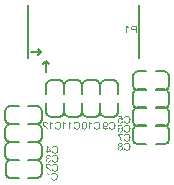
<source format=gbo>
G04*
G04 #@! TF.GenerationSoftware,Altium Limited,Altium Designer,22.2.1 (43)*
G04*
G04 Layer_Color=32896*
%FSLAX25Y25*%
%MOIN*%
G70*
G04*
G04 #@! TF.SameCoordinates,4B28361B-3754-4690-972C-136B69916877*
G04*
G04*
G04 #@! TF.FilePolarity,Positive*
G04*
G01*
G75*
%ADD10C,0.00500*%
%ADD12C,0.00787*%
G36*
X43000Y64253D02*
X43018Y64222D01*
X43061Y64161D01*
X43107Y64104D01*
X43131Y64076D01*
X43153Y64050D01*
X43175Y64028D01*
X43196Y64006D01*
X43214Y63987D01*
X43231Y63970D01*
X43244Y63957D01*
X43253Y63948D01*
X43260Y63943D01*
X43262Y63941D01*
X43338Y63878D01*
X43418Y63820D01*
X43495Y63769D01*
X43532Y63747D01*
X43568Y63724D01*
X43599Y63706D01*
X43629Y63689D01*
X43656Y63674D01*
X43679Y63663D01*
X43697Y63654D01*
X43712Y63647D01*
X43719Y63643D01*
X43723Y63641D01*
Y63338D01*
X43668Y63360D01*
X43610Y63386D01*
X43555Y63412D01*
X43503Y63437D01*
X43481Y63450D01*
X43458Y63462D01*
X43440Y63473D01*
X43425Y63482D01*
X43412Y63487D01*
X43401Y63493D01*
X43396Y63497D01*
X43394Y63499D01*
X43327Y63539D01*
X43297Y63560D01*
X43268Y63578D01*
X43242Y63599D01*
X43218Y63615D01*
X43196Y63634D01*
X43174Y63648D01*
X43157Y63663D01*
X43140Y63676D01*
X43126Y63689D01*
X43114Y63698D01*
X43105Y63706D01*
X43099Y63711D01*
X43096Y63715D01*
X43094Y63717D01*
Y61715D01*
X42779D01*
Y64285D01*
X42983D01*
X43000Y64253D01*
D02*
G37*
G36*
X46220Y61715D02*
X45882D01*
Y62757D01*
X45177D01*
X45129Y62759D01*
X45083Y62762D01*
X45038Y62766D01*
X44996Y62771D01*
X44955Y62777D01*
X44879Y62792D01*
X44813Y62809D01*
X44750Y62829D01*
X44696Y62849D01*
X44648Y62870D01*
X44605Y62890D01*
X44570Y62910D01*
X44541Y62931D01*
X44517Y62947D01*
X44498Y62962D01*
X44485Y62973D01*
X44478Y62981D01*
X44476Y62982D01*
X44439Y63025D01*
X44407Y63071D01*
X44380Y63117D01*
X44356Y63164D01*
X44335Y63210D01*
X44319Y63256D01*
X44304Y63301D01*
X44293Y63343D01*
X44284Y63382D01*
X44278Y63419D01*
X44272Y63450D01*
X44271Y63480D01*
X44269Y63502D01*
X44267Y63519D01*
Y63530D01*
Y63534D01*
X44271Y63604D01*
X44280Y63669D01*
X44285Y63700D01*
X44291Y63728D01*
X44298Y63756D01*
X44306Y63780D01*
X44313Y63802D01*
X44320Y63822D01*
X44326Y63841D01*
X44332Y63856D01*
X44337Y63867D01*
X44341Y63876D01*
X44343Y63881D01*
X44345Y63883D01*
X44376Y63939D01*
X44409Y63989D01*
X44445Y64031D01*
X44461Y64050D01*
X44476Y64066D01*
X44491Y64081D01*
X44506Y64094D01*
X44519Y64105D01*
X44530Y64113D01*
X44537Y64120D01*
X44544Y64126D01*
X44548Y64128D01*
X44550Y64129D01*
X44600Y64161D01*
X44654Y64185D01*
X44705Y64207D01*
X44755Y64224D01*
X44779Y64229D01*
X44800Y64235D01*
X44818Y64240D01*
X44835Y64244D01*
X44848Y64246D01*
X44857Y64248D01*
X44864Y64250D01*
X44866D01*
X44892Y64253D01*
X44922Y64259D01*
X44985Y64265D01*
X45050Y64270D01*
X45112Y64272D01*
X45142Y64274D01*
X45168D01*
X45194Y64276D01*
X46220D01*
Y61715D01*
D02*
G37*
G36*
X15773Y32287D02*
X15835Y32281D01*
X15895Y32272D01*
X15950Y32259D01*
X16002Y32244D01*
X16050Y32228D01*
X16093Y32211D01*
X16133Y32194D01*
X16169Y32176D01*
X16200Y32159D01*
X16226Y32142D01*
X16248Y32128D01*
X16265Y32116D01*
X16278Y32105D01*
X16285Y32100D01*
X16287Y32098D01*
X16326Y32061D01*
X16359Y32020D01*
X16390Y31978D01*
X16416Y31933D01*
X16441Y31887D01*
X16461Y31841D01*
X16477Y31796D01*
X16492Y31752D01*
X16503Y31711D01*
X16513Y31672D01*
X16520Y31637D01*
X16526Y31608D01*
X16531Y31584D01*
X16533Y31565D01*
Y31558D01*
X16535Y31552D01*
Y31550D01*
Y31549D01*
X16211Y31515D01*
X16209Y31560D01*
X16206Y31600D01*
X16198Y31639D01*
X16191Y31676D01*
X16180Y31710D01*
X16169Y31739D01*
X16156Y31769D01*
X16143Y31793D01*
X16131Y31815D01*
X16118Y31835D01*
X16107Y31852D01*
X16096Y31867D01*
X16089Y31876D01*
X16082Y31885D01*
X16078Y31889D01*
X16076Y31891D01*
X16050Y31915D01*
X16021Y31935D01*
X15991Y31954D01*
X15961Y31970D01*
X15930Y31983D01*
X15900Y31994D01*
X15871Y32004D01*
X15843Y32011D01*
X15815Y32017D01*
X15791Y32020D01*
X15769Y32024D01*
X15749Y32026D01*
X15734Y32028D01*
X15711D01*
X15673Y32026D01*
X15636Y32022D01*
X15601Y32017D01*
X15567Y32007D01*
X15538Y31998D01*
X15508Y31987D01*
X15482Y31976D01*
X15458Y31963D01*
X15438Y31952D01*
X15419Y31939D01*
X15403Y31928D01*
X15390Y31918D01*
X15379Y31909D01*
X15371Y31904D01*
X15367Y31900D01*
X15366Y31898D01*
X15342Y31874D01*
X15321Y31848D01*
X15303Y31822D01*
X15288Y31795D01*
X15275Y31769D01*
X15264Y31743D01*
X15255Y31717D01*
X15247Y31693D01*
X15242Y31671D01*
X15238Y31650D01*
X15234Y31632D01*
X15232Y31615D01*
X15231Y31602D01*
Y31593D01*
Y31585D01*
Y31584D01*
X15232Y31550D01*
X15236Y31517D01*
X15244Y31484D01*
X15253Y31451D01*
X15277Y31386D01*
X15292Y31356D01*
X15305Y31328D01*
X15317Y31302D01*
X15332Y31278D01*
X15343Y31258D01*
X15355Y31240D01*
X15366Y31227D01*
X15373Y31216D01*
X15377Y31208D01*
X15379Y31206D01*
X15408Y31167D01*
X15445Y31125D01*
X15484Y31082D01*
X15528Y31038D01*
X15573Y30992D01*
X15621Y30947D01*
X15667Y30903D01*
X15715Y30860D01*
X15760Y30820D01*
X15802Y30783D01*
X15839Y30748D01*
X15874Y30720D01*
X15902Y30696D01*
X15913Y30686D01*
X15923Y30677D01*
X15930Y30672D01*
X15935Y30666D01*
X15939Y30664D01*
X15941Y30662D01*
X15989Y30622D01*
X16035Y30583D01*
X16078Y30546D01*
X16118Y30511D01*
X16156Y30476D01*
X16189Y30444D01*
X16218Y30415D01*
X16246Y30387D01*
X16272Y30363D01*
X16292Y30340D01*
X16311Y30322D01*
X16326Y30305D01*
X16337Y30292D01*
X16344Y30283D01*
X16350Y30278D01*
X16352Y30276D01*
X16402Y30213D01*
X16444Y30152D01*
X16479Y30094D01*
X16496Y30068D01*
X16509Y30043D01*
X16520Y30020D01*
X16531Y30000D01*
X16540Y29982D01*
X16546Y29965D01*
X16551Y29952D01*
X16555Y29943D01*
X16559Y29937D01*
Y29935D01*
X16572Y29897D01*
X16581Y29858D01*
X16587Y29821D01*
X16590Y29789D01*
X16592Y29760D01*
X16594Y29748D01*
Y29737D01*
Y29730D01*
Y29724D01*
Y29721D01*
Y29719D01*
X14903D01*
Y30020D01*
X16157D01*
X16137Y30052D01*
X16115Y30083D01*
X16093Y30111D01*
X16072Y30137D01*
X16054Y30157D01*
X16039Y30174D01*
X16030Y30185D01*
X16026Y30189D01*
X16009Y30207D01*
X15987Y30228D01*
X15963Y30250D01*
X15935Y30276D01*
X15906Y30302D01*
X15876Y30329D01*
X15813Y30383D01*
X15784Y30409D01*
X15756Y30433D01*
X15732Y30455D01*
X15708Y30474D01*
X15689Y30490D01*
X15676Y30501D01*
X15667Y30511D01*
X15664Y30512D01*
X15602Y30564D01*
X15545Y30614D01*
X15493Y30661D01*
X15445Y30703D01*
X15401Y30744D01*
X15362Y30781D01*
X15325Y30814D01*
X15293Y30844D01*
X15266Y30871D01*
X15244Y30896D01*
X15223Y30916D01*
X15206Y30933D01*
X15193Y30945D01*
X15186Y30955D01*
X15181Y30960D01*
X15179Y30962D01*
X15153Y30994D01*
X15127Y31023D01*
X15105Y31053D01*
X15084Y31080D01*
X15047Y31134D01*
X15033Y31158D01*
X15020Y31180D01*
X15007Y31201D01*
X14998Y31219D01*
X14988Y31236D01*
X14983Y31249D01*
X14977Y31260D01*
X14973Y31267D01*
X14970Y31273D01*
Y31275D01*
X14949Y31330D01*
X14933Y31384D01*
X14922Y31436D01*
X14914Y31482D01*
X14912Y31502D01*
X14910Y31521D01*
X14909Y31536D01*
X14907Y31550D01*
Y31561D01*
Y31569D01*
Y31574D01*
Y31576D01*
X14909Y31632D01*
X14916Y31685D01*
X14927Y31735D01*
X14940Y31784D01*
X14957Y31828D01*
X14975Y31870D01*
X14996Y31909D01*
X15014Y31944D01*
X15034Y31976D01*
X15055Y32004D01*
X15073Y32028D01*
X15090Y32046D01*
X15103Y32063D01*
X15114Y32074D01*
X15121Y32081D01*
X15123Y32083D01*
X15166Y32120D01*
X15210Y32152D01*
X15257Y32177D01*
X15305Y32202D01*
X15353Y32222D01*
X15403Y32239D01*
X15449Y32252D01*
X15495Y32263D01*
X15538Y32272D01*
X15578Y32277D01*
X15613Y32283D01*
X15645Y32285D01*
X15671Y32287D01*
X15689Y32289D01*
X15706D01*
X15773Y32287D01*
D02*
G37*
G36*
X17580Y32257D02*
X17599Y32226D01*
X17641Y32165D01*
X17687Y32107D01*
X17711Y32079D01*
X17734Y32054D01*
X17756Y32031D01*
X17776Y32009D01*
X17795Y31991D01*
X17811Y31974D01*
X17824Y31961D01*
X17833Y31952D01*
X17841Y31946D01*
X17843Y31944D01*
X17919Y31881D01*
X17998Y31824D01*
X18076Y31772D01*
X18113Y31750D01*
X18148Y31728D01*
X18179Y31710D01*
X18209Y31693D01*
X18237Y31678D01*
X18259Y31667D01*
X18278Y31658D01*
X18292Y31650D01*
X18300Y31647D01*
X18303Y31645D01*
Y31341D01*
X18248Y31363D01*
X18191Y31389D01*
X18135Y31415D01*
X18083Y31441D01*
X18061Y31454D01*
X18039Y31465D01*
X18020Y31476D01*
X18006Y31486D01*
X17993Y31491D01*
X17981Y31497D01*
X17976Y31500D01*
X17974Y31502D01*
X17908Y31543D01*
X17878Y31563D01*
X17848Y31582D01*
X17822Y31602D01*
X17798Y31619D01*
X17776Y31637D01*
X17754Y31652D01*
X17737Y31667D01*
X17721Y31680D01*
X17706Y31693D01*
X17695Y31702D01*
X17685Y31710D01*
X17680Y31715D01*
X17676Y31719D01*
X17674Y31721D01*
Y29719D01*
X17360D01*
Y32289D01*
X17563D01*
X17580Y32257D01*
D02*
G37*
G36*
X19952Y32322D02*
X20013Y32316D01*
X20072Y32309D01*
X20129Y32300D01*
X20183Y32289D01*
X20235Y32274D01*
X20283Y32261D01*
X20327Y32246D01*
X20366Y32231D01*
X20403Y32218D01*
X20435Y32205D01*
X20460Y32192D01*
X20483Y32183D01*
X20497Y32176D01*
X20507Y32170D01*
X20511Y32168D01*
X20562Y32137D01*
X20610Y32103D01*
X20655Y32068D01*
X20697Y32031D01*
X20736Y31994D01*
X20771Y31957D01*
X20805Y31918D01*
X20832Y31883D01*
X20858Y31850D01*
X20882Y31817D01*
X20901Y31789D01*
X20917Y31765D01*
X20929Y31743D01*
X20938Y31728D01*
X20943Y31719D01*
X20945Y31715D01*
X20971Y31658D01*
X20995Y31600D01*
X21015Y31541D01*
X21032Y31482D01*
X21047Y31423D01*
X21060Y31363D01*
X21069Y31308D01*
X21078Y31256D01*
X21084Y31206D01*
X21090Y31160D01*
X21091Y31119D01*
X21095Y31084D01*
Y31056D01*
X21097Y31045D01*
Y31036D01*
Y31029D01*
Y31023D01*
Y31019D01*
Y31018D01*
X21095Y30949D01*
X21091Y30882D01*
X21084Y30818D01*
X21077Y30757D01*
X21066Y30696D01*
X21054Y30640D01*
X21041Y30586D01*
X21028Y30537D01*
X21017Y30492D01*
X21004Y30452D01*
X20993Y30416D01*
X20982Y30387D01*
X20975Y30363D01*
X20967Y30346D01*
X20964Y30335D01*
X20962Y30333D01*
Y30331D01*
X20936Y30274D01*
X20906Y30218D01*
X20875Y30168D01*
X20843Y30120D01*
X20810Y30078D01*
X20777Y30037D01*
X20745Y30002D01*
X20714Y29969D01*
X20684Y29939D01*
X20657Y29915D01*
X20633Y29893D01*
X20610Y29876D01*
X20592Y29863D01*
X20579Y29852D01*
X20572Y29847D01*
X20568Y29845D01*
X20518Y29815D01*
X20464Y29789D01*
X20409Y29767D01*
X20353Y29747D01*
X20298Y29732D01*
X20240Y29717D01*
X20187Y29706D01*
X20133Y29697D01*
X20085Y29691D01*
X20039Y29686D01*
X19998Y29682D01*
X19963Y29678D01*
X19935D01*
X19922Y29676D01*
X19894D01*
X19820Y29678D01*
X19750Y29686D01*
X19683Y29697D01*
X19619Y29710D01*
X19559Y29726D01*
X19504Y29745D01*
X19452Y29765D01*
X19406Y29785D01*
X19364Y29806D01*
X19326Y29826D01*
X19293Y29845D01*
X19267Y29861D01*
X19245Y29874D01*
X19230Y29885D01*
X19221Y29893D01*
X19217Y29895D01*
X19167Y29939D01*
X19121Y29985D01*
X19079Y30035D01*
X19040Y30087D01*
X19005Y30141D01*
X18973Y30193D01*
X18945Y30244D01*
X18921Y30296D01*
X18899Y30344D01*
X18881Y30389D01*
X18866Y30427D01*
X18853Y30463D01*
X18844Y30490D01*
X18840Y30503D01*
X18838Y30512D01*
X18836Y30520D01*
X18834Y30525D01*
X18833Y30529D01*
Y30531D01*
X19171Y30616D01*
X19186Y30557D01*
X19203Y30503D01*
X19221Y30452D01*
X19243Y30405D01*
X19264Y30361D01*
X19288Y30320D01*
X19310Y30285D01*
X19332Y30252D01*
X19352Y30224D01*
X19373Y30198D01*
X19391Y30178D01*
X19408Y30161D01*
X19421Y30146D01*
X19430Y30137D01*
X19437Y30131D01*
X19439Y30130D01*
X19478Y30102D01*
X19517Y30076D01*
X19558Y30054D01*
X19598Y30035D01*
X19639Y30020D01*
X19680Y30007D01*
X19719Y29996D01*
X19756Y29987D01*
X19789Y29980D01*
X19822Y29976D01*
X19850Y29972D01*
X19874Y29969D01*
X19894D01*
X19909Y29967D01*
X19922D01*
X19965Y29969D01*
X20007Y29972D01*
X20048Y29978D01*
X20089Y29985D01*
X20126Y29994D01*
X20163Y30006D01*
X20196Y30015D01*
X20227Y30028D01*
X20255Y30039D01*
X20281Y30048D01*
X20303Y30059D01*
X20322Y30068D01*
X20336Y30076D01*
X20348Y30081D01*
X20355Y30085D01*
X20357Y30087D01*
X20394Y30111D01*
X20427Y30137D01*
X20459Y30165D01*
X20488Y30194D01*
X20514Y30224D01*
X20538Y30255D01*
X20560Y30285D01*
X20581Y30313D01*
X20597Y30340D01*
X20612Y30366D01*
X20625Y30390D01*
X20634Y30411D01*
X20644Y30427D01*
X20649Y30439D01*
X20651Y30448D01*
X20653Y30450D01*
X20670Y30496D01*
X20684Y30544D01*
X20697Y30592D01*
X20707Y30642D01*
X20725Y30736D01*
X20731Y30783D01*
X20736Y30827D01*
X20740Y30866D01*
X20742Y30903D01*
X20743Y30936D01*
X20745Y30964D01*
X20747Y30988D01*
Y31005D01*
Y31016D01*
Y31019D01*
X20745Y31067D01*
X20743Y31114D01*
X20734Y31203D01*
X20729Y31245D01*
X20721Y31286D01*
X20714Y31325D01*
X20707Y31360D01*
X20699Y31393D01*
X20694Y31423D01*
X20686Y31449D01*
X20681Y31471D01*
X20675Y31488D01*
X20671Y31500D01*
X20668Y31510D01*
Y31512D01*
X20651Y31556D01*
X20633Y31597D01*
X20612Y31635D01*
X20590Y31671D01*
X20568Y31706D01*
X20546Y31737D01*
X20522Y31765D01*
X20499Y31791D01*
X20477Y31813D01*
X20457Y31833D01*
X20438Y31850D01*
X20422Y31865D01*
X20409Y31876D01*
X20399Y31885D01*
X20392Y31889D01*
X20390Y31891D01*
X20351Y31917D01*
X20311Y31937D01*
X20270Y31957D01*
X20229Y31974D01*
X20187Y31987D01*
X20146Y31998D01*
X20107Y32007D01*
X20068Y32015D01*
X20033Y32022D01*
X20000Y32026D01*
X19970Y32030D01*
X19944Y32031D01*
X19924Y32033D01*
X19896D01*
X19848Y32031D01*
X19804Y32028D01*
X19761Y32022D01*
X19721Y32013D01*
X19683Y32004D01*
X19648Y31993D01*
X19617Y31981D01*
X19587Y31970D01*
X19561Y31957D01*
X19537Y31946D01*
X19517Y31935D01*
X19500Y31926D01*
X19487Y31917D01*
X19478Y31911D01*
X19473Y31907D01*
X19471Y31906D01*
X19439Y31880D01*
X19410Y31852D01*
X19384Y31820D01*
X19358Y31789D01*
X19334Y31754D01*
X19313Y31721D01*
X19293Y31687D01*
X19276Y31654D01*
X19262Y31622D01*
X19247Y31593D01*
X19236Y31567D01*
X19227Y31545D01*
X19219Y31525D01*
X19214Y31512D01*
X19212Y31502D01*
X19210Y31499D01*
X18877Y31576D01*
X18897Y31641D01*
X18923Y31702D01*
X18949Y31759D01*
X18979Y31813D01*
X19008Y31861D01*
X19038Y31907D01*
X19069Y31948D01*
X19099Y31985D01*
X19128Y32018D01*
X19154Y32046D01*
X19178Y32072D01*
X19201Y32091D01*
X19217Y32107D01*
X19232Y32118D01*
X19240Y32126D01*
X19243Y32128D01*
X19293Y32163D01*
X19345Y32192D01*
X19400Y32218D01*
X19454Y32240D01*
X19508Y32261D01*
X19561Y32276D01*
X19613Y32289D01*
X19663Y32300D01*
X19711Y32307D01*
X19754Y32313D01*
X19791Y32318D01*
X19824Y32320D01*
X19852Y32322D01*
X19863Y32324D01*
X19889D01*
X19952Y32322D01*
D02*
G37*
G36*
X23846Y32257D02*
X23865Y32226D01*
X23907Y32165D01*
X23953Y32107D01*
X23977Y32079D01*
X24000Y32054D01*
X24022Y32031D01*
X24042Y32009D01*
X24061Y31991D01*
X24077Y31974D01*
X24090Y31961D01*
X24100Y31952D01*
X24107Y31946D01*
X24109Y31944D01*
X24185Y31881D01*
X24264Y31824D01*
X24342Y31772D01*
X24379Y31750D01*
X24414Y31728D01*
X24445Y31710D01*
X24475Y31693D01*
X24503Y31678D01*
X24525Y31667D01*
X24543Y31658D01*
X24558Y31650D01*
X24566Y31647D01*
X24569Y31645D01*
Y31341D01*
X24514Y31363D01*
X24456Y31389D01*
X24401Y31415D01*
X24349Y31441D01*
X24327Y31454D01*
X24305Y31465D01*
X24286Y31476D01*
X24272Y31486D01*
X24259Y31491D01*
X24248Y31497D01*
X24242Y31500D01*
X24240Y31502D01*
X24173Y31543D01*
X24144Y31563D01*
X24114Y31582D01*
X24088Y31602D01*
X24064Y31619D01*
X24042Y31637D01*
X24020Y31652D01*
X24003Y31667D01*
X23987Y31680D01*
X23972Y31693D01*
X23961Y31702D01*
X23952Y31710D01*
X23946Y31715D01*
X23942Y31719D01*
X23940Y31721D01*
Y29719D01*
X23626D01*
Y32289D01*
X23829D01*
X23846Y32257D01*
D02*
G37*
G36*
X21857D02*
X21876Y32226D01*
X21918Y32165D01*
X21965Y32107D01*
X21989Y32079D01*
X22011Y32054D01*
X22033Y32031D01*
X22053Y32009D01*
X22072Y31991D01*
X22088Y31974D01*
X22102Y31961D01*
X22111Y31952D01*
X22118Y31946D01*
X22120Y31944D01*
X22196Y31881D01*
X22275Y31824D01*
X22353Y31772D01*
X22390Y31750D01*
X22425Y31728D01*
X22457Y31710D01*
X22486Y31693D01*
X22514Y31678D01*
X22536Y31667D01*
X22555Y31658D01*
X22569Y31650D01*
X22577Y31647D01*
X22581Y31645D01*
Y31341D01*
X22525Y31363D01*
X22468Y31389D01*
X22412Y31415D01*
X22361Y31441D01*
X22338Y31454D01*
X22316Y31465D01*
X22298Y31476D01*
X22283Y31486D01*
X22270Y31491D01*
X22259Y31497D01*
X22253Y31500D01*
X22251Y31502D01*
X22185Y31543D01*
X22155Y31563D01*
X22126Y31582D01*
X22100Y31602D01*
X22076Y31619D01*
X22053Y31637D01*
X22031Y31652D01*
X22015Y31667D01*
X21998Y31680D01*
X21983Y31693D01*
X21972Y31702D01*
X21963Y31710D01*
X21957Y31715D01*
X21953Y31719D01*
X21952Y31721D01*
Y29719D01*
X21637D01*
Y32289D01*
X21841D01*
X21857Y32257D01*
D02*
G37*
G36*
X26218Y32322D02*
X26279Y32316D01*
X26338Y32309D01*
X26395Y32300D01*
X26449Y32289D01*
X26501Y32274D01*
X26549Y32261D01*
X26593Y32246D01*
X26632Y32231D01*
X26669Y32218D01*
X26701Y32205D01*
X26726Y32192D01*
X26749Y32183D01*
X26763Y32176D01*
X26773Y32170D01*
X26776Y32168D01*
X26828Y32137D01*
X26876Y32103D01*
X26921Y32068D01*
X26963Y32031D01*
X27002Y31994D01*
X27037Y31957D01*
X27071Y31918D01*
X27098Y31883D01*
X27124Y31850D01*
X27148Y31817D01*
X27167Y31789D01*
X27183Y31765D01*
X27194Y31743D01*
X27204Y31728D01*
X27209Y31719D01*
X27211Y31715D01*
X27237Y31658D01*
X27261Y31600D01*
X27281Y31541D01*
X27298Y31482D01*
X27313Y31423D01*
X27326Y31363D01*
X27335Y31308D01*
X27344Y31256D01*
X27350Y31206D01*
X27356Y31160D01*
X27357Y31119D01*
X27361Y31084D01*
Y31056D01*
X27363Y31045D01*
Y31036D01*
Y31029D01*
Y31023D01*
Y31019D01*
Y31018D01*
X27361Y30949D01*
X27357Y30882D01*
X27350Y30818D01*
X27343Y30757D01*
X27331Y30696D01*
X27320Y30640D01*
X27307Y30586D01*
X27294Y30537D01*
X27283Y30492D01*
X27270Y30452D01*
X27259Y30416D01*
X27248Y30387D01*
X27241Y30363D01*
X27233Y30346D01*
X27230Y30335D01*
X27228Y30333D01*
Y30331D01*
X27202Y30274D01*
X27172Y30218D01*
X27141Y30168D01*
X27109Y30120D01*
X27076Y30078D01*
X27043Y30037D01*
X27011Y30002D01*
X26980Y29969D01*
X26950Y29939D01*
X26923Y29915D01*
X26899Y29893D01*
X26876Y29876D01*
X26858Y29863D01*
X26845Y29852D01*
X26838Y29847D01*
X26834Y29845D01*
X26784Y29815D01*
X26730Y29789D01*
X26675Y29767D01*
X26619Y29747D01*
X26564Y29732D01*
X26506Y29717D01*
X26453Y29706D01*
X26399Y29697D01*
X26351Y29691D01*
X26305Y29686D01*
X26264Y29682D01*
X26229Y29678D01*
X26201D01*
X26188Y29676D01*
X26160D01*
X26086Y29678D01*
X26016Y29686D01*
X25949Y29697D01*
X25885Y29710D01*
X25826Y29726D01*
X25770Y29745D01*
X25718Y29765D01*
X25672Y29785D01*
X25629Y29806D01*
X25592Y29826D01*
X25559Y29845D01*
X25533Y29861D01*
X25511Y29874D01*
X25496Y29885D01*
X25487Y29893D01*
X25483Y29895D01*
X25433Y29939D01*
X25387Y29985D01*
X25344Y30035D01*
X25306Y30087D01*
X25271Y30141D01*
X25239Y30193D01*
X25211Y30244D01*
X25187Y30296D01*
X25165Y30344D01*
X25147Y30389D01*
X25132Y30427D01*
X25119Y30463D01*
X25110Y30490D01*
X25106Y30503D01*
X25104Y30512D01*
X25102Y30520D01*
X25100Y30525D01*
X25098Y30529D01*
Y30531D01*
X25437Y30616D01*
X25452Y30557D01*
X25469Y30503D01*
X25487Y30452D01*
X25509Y30405D01*
X25530Y30361D01*
X25554Y30320D01*
X25576Y30285D01*
X25598Y30252D01*
X25618Y30224D01*
X25639Y30198D01*
X25657Y30178D01*
X25674Y30161D01*
X25687Y30146D01*
X25696Y30137D01*
X25703Y30131D01*
X25705Y30130D01*
X25744Y30102D01*
X25783Y30076D01*
X25824Y30054D01*
X25864Y30035D01*
X25905Y30020D01*
X25946Y30007D01*
X25985Y29996D01*
X26022Y29987D01*
X26055Y29980D01*
X26088Y29976D01*
X26116Y29972D01*
X26140Y29969D01*
X26160D01*
X26175Y29967D01*
X26188D01*
X26231Y29969D01*
X26273Y29972D01*
X26314Y29978D01*
X26355Y29985D01*
X26392Y29994D01*
X26429Y30006D01*
X26462Y30015D01*
X26493Y30028D01*
X26521Y30039D01*
X26547Y30048D01*
X26569Y30059D01*
X26588Y30068D01*
X26603Y30076D01*
X26614Y30081D01*
X26621Y30085D01*
X26623Y30087D01*
X26660Y30111D01*
X26693Y30137D01*
X26725Y30165D01*
X26754Y30194D01*
X26780Y30224D01*
X26804Y30255D01*
X26826Y30285D01*
X26847Y30313D01*
X26863Y30340D01*
X26878Y30366D01*
X26891Y30390D01*
X26900Y30411D01*
X26910Y30427D01*
X26915Y30439D01*
X26917Y30448D01*
X26919Y30450D01*
X26935Y30496D01*
X26950Y30544D01*
X26963Y30592D01*
X26972Y30642D01*
X26991Y30736D01*
X26997Y30783D01*
X27002Y30827D01*
X27006Y30866D01*
X27008Y30903D01*
X27009Y30936D01*
X27011Y30964D01*
X27013Y30988D01*
Y31005D01*
Y31016D01*
Y31019D01*
X27011Y31067D01*
X27009Y31114D01*
X27000Y31203D01*
X26995Y31245D01*
X26987Y31286D01*
X26980Y31325D01*
X26972Y31360D01*
X26965Y31393D01*
X26960Y31423D01*
X26952Y31449D01*
X26947Y31471D01*
X26941Y31488D01*
X26937Y31500D01*
X26934Y31510D01*
Y31512D01*
X26917Y31556D01*
X26899Y31597D01*
X26878Y31635D01*
X26856Y31671D01*
X26834Y31706D01*
X26812Y31737D01*
X26787Y31765D01*
X26765Y31791D01*
X26743Y31813D01*
X26723Y31833D01*
X26704Y31850D01*
X26688Y31865D01*
X26675Y31876D01*
X26665Y31885D01*
X26658Y31889D01*
X26656Y31891D01*
X26617Y31917D01*
X26577Y31937D01*
X26536Y31957D01*
X26495Y31974D01*
X26453Y31987D01*
X26412Y31998D01*
X26373Y32007D01*
X26334Y32015D01*
X26299Y32022D01*
X26266Y32026D01*
X26236Y32030D01*
X26210Y32031D01*
X26190Y32033D01*
X26162D01*
X26114Y32031D01*
X26070Y32028D01*
X26027Y32022D01*
X25986Y32013D01*
X25949Y32004D01*
X25914Y31993D01*
X25883Y31981D01*
X25853Y31970D01*
X25827Y31957D01*
X25803Y31946D01*
X25783Y31935D01*
X25766Y31926D01*
X25753Y31917D01*
X25744Y31911D01*
X25739Y31907D01*
X25737Y31906D01*
X25705Y31880D01*
X25676Y31852D01*
X25650Y31820D01*
X25624Y31789D01*
X25600Y31754D01*
X25580Y31721D01*
X25559Y31687D01*
X25543Y31654D01*
X25528Y31622D01*
X25513Y31593D01*
X25502Y31567D01*
X25493Y31545D01*
X25485Y31525D01*
X25480Y31512D01*
X25478Y31502D01*
X25476Y31499D01*
X25143Y31576D01*
X25163Y31641D01*
X25189Y31702D01*
X25215Y31759D01*
X25245Y31813D01*
X25274Y31861D01*
X25304Y31907D01*
X25335Y31948D01*
X25365Y31985D01*
X25394Y32018D01*
X25420Y32046D01*
X25444Y32072D01*
X25467Y32091D01*
X25483Y32107D01*
X25498Y32118D01*
X25506Y32126D01*
X25509Y32128D01*
X25559Y32163D01*
X25611Y32192D01*
X25666Y32218D01*
X25720Y32240D01*
X25774Y32261D01*
X25827Y32276D01*
X25879Y32289D01*
X25929Y32300D01*
X25977Y32307D01*
X26020Y32313D01*
X26057Y32318D01*
X26090Y32320D01*
X26118Y32322D01*
X26129Y32324D01*
X26155D01*
X26218Y32322D01*
D02*
G37*
G36*
X30588Y32257D02*
X30607Y32226D01*
X30649Y32165D01*
X30696Y32107D01*
X30720Y32079D01*
X30742Y32054D01*
X30764Y32031D01*
X30784Y32009D01*
X30803Y31991D01*
X30820Y31974D01*
X30833Y31961D01*
X30842Y31952D01*
X30849Y31946D01*
X30851Y31944D01*
X30927Y31881D01*
X31007Y31824D01*
X31084Y31772D01*
X31121Y31750D01*
X31156Y31728D01*
X31188Y31710D01*
X31217Y31693D01*
X31245Y31678D01*
X31267Y31667D01*
X31286Y31658D01*
X31301Y31650D01*
X31308Y31647D01*
X31312Y31645D01*
Y31341D01*
X31256Y31363D01*
X31199Y31389D01*
X31143Y31415D01*
X31092Y31441D01*
X31069Y31454D01*
X31047Y31465D01*
X31029Y31476D01*
X31014Y31486D01*
X31001Y31491D01*
X30990Y31497D01*
X30984Y31500D01*
X30982Y31502D01*
X30916Y31543D01*
X30886Y31563D01*
X30857Y31582D01*
X30831Y31602D01*
X30807Y31619D01*
X30784Y31637D01*
X30762Y31652D01*
X30746Y31667D01*
X30729Y31680D01*
X30714Y31693D01*
X30703Y31702D01*
X30694Y31710D01*
X30688Y31715D01*
X30685Y31719D01*
X30683Y31721D01*
Y29719D01*
X30368D01*
Y32289D01*
X30572D01*
X30588Y32257D01*
D02*
G37*
G36*
X32960Y32322D02*
X33021Y32316D01*
X33080Y32309D01*
X33138Y32300D01*
X33191Y32289D01*
X33243Y32274D01*
X33291Y32261D01*
X33336Y32246D01*
X33375Y32231D01*
X33411Y32218D01*
X33443Y32205D01*
X33469Y32192D01*
X33491Y32183D01*
X33506Y32176D01*
X33515Y32170D01*
X33519Y32168D01*
X33571Y32137D01*
X33619Y32103D01*
X33663Y32068D01*
X33706Y32031D01*
X33744Y31994D01*
X33780Y31957D01*
X33813Y31918D01*
X33841Y31883D01*
X33867Y31850D01*
X33891Y31817D01*
X33909Y31789D01*
X33926Y31765D01*
X33937Y31743D01*
X33946Y31728D01*
X33952Y31719D01*
X33953Y31715D01*
X33979Y31658D01*
X34003Y31600D01*
X34024Y31541D01*
X34040Y31482D01*
X34055Y31423D01*
X34068Y31363D01*
X34078Y31308D01*
X34087Y31256D01*
X34092Y31206D01*
X34098Y31160D01*
X34100Y31119D01*
X34103Y31084D01*
Y31056D01*
X34105Y31045D01*
Y31036D01*
Y31029D01*
Y31023D01*
Y31019D01*
Y31018D01*
X34103Y30949D01*
X34100Y30882D01*
X34092Y30818D01*
X34085Y30757D01*
X34074Y30696D01*
X34063Y30640D01*
X34050Y30586D01*
X34037Y30537D01*
X34026Y30492D01*
X34013Y30452D01*
X34002Y30416D01*
X33990Y30387D01*
X33983Y30363D01*
X33976Y30346D01*
X33972Y30335D01*
X33970Y30333D01*
Y30331D01*
X33944Y30274D01*
X33915Y30218D01*
X33883Y30168D01*
X33852Y30120D01*
X33819Y30078D01*
X33785Y30037D01*
X33754Y30002D01*
X33722Y29969D01*
X33693Y29939D01*
X33665Y29915D01*
X33641Y29893D01*
X33619Y29876D01*
X33600Y29863D01*
X33587Y29852D01*
X33580Y29847D01*
X33576Y29845D01*
X33526Y29815D01*
X33472Y29789D01*
X33417Y29767D01*
X33362Y29747D01*
X33306Y29732D01*
X33249Y29717D01*
X33195Y29706D01*
X33141Y29697D01*
X33093Y29691D01*
X33047Y29686D01*
X33006Y29682D01*
X32971Y29678D01*
X32943D01*
X32930Y29676D01*
X32903D01*
X32829Y29678D01*
X32758Y29686D01*
X32692Y29697D01*
X32627Y29710D01*
X32568Y29726D01*
X32512Y29745D01*
X32461Y29765D01*
X32414Y29785D01*
X32372Y29806D01*
X32335Y29826D01*
X32302Y29845D01*
X32276Y29861D01*
X32253Y29874D01*
X32239Y29885D01*
X32229Y29893D01*
X32226Y29895D01*
X32176Y29939D01*
X32129Y29985D01*
X32087Y30035D01*
X32048Y30087D01*
X32013Y30141D01*
X31981Y30193D01*
X31954Y30244D01*
X31930Y30296D01*
X31907Y30344D01*
X31889Y30389D01*
X31874Y30427D01*
X31861Y30463D01*
X31852Y30490D01*
X31848Y30503D01*
X31846Y30512D01*
X31844Y30520D01*
X31843Y30525D01*
X31841Y30529D01*
Y30531D01*
X32179Y30616D01*
X32194Y30557D01*
X32211Y30503D01*
X32229Y30452D01*
X32252Y30405D01*
X32272Y30361D01*
X32296Y30320D01*
X32318Y30285D01*
X32340Y30252D01*
X32361Y30224D01*
X32381Y30198D01*
X32399Y30178D01*
X32416Y30161D01*
X32429Y30146D01*
X32438Y30137D01*
X32446Y30131D01*
X32448Y30130D01*
X32487Y30102D01*
X32525Y30076D01*
X32566Y30054D01*
X32607Y30035D01*
X32647Y30020D01*
X32688Y30007D01*
X32727Y29996D01*
X32764Y29987D01*
X32797Y29980D01*
X32831Y29976D01*
X32858Y29972D01*
X32882Y29969D01*
X32903D01*
X32917Y29967D01*
X32930D01*
X32973Y29969D01*
X33016Y29972D01*
X33056Y29978D01*
X33097Y29985D01*
X33134Y29994D01*
X33171Y30006D01*
X33204Y30015D01*
X33236Y30028D01*
X33263Y30039D01*
X33289Y30048D01*
X33312Y30059D01*
X33330Y30068D01*
X33345Y30076D01*
X33356Y30081D01*
X33363Y30085D01*
X33365Y30087D01*
X33402Y30111D01*
X33435Y30137D01*
X33467Y30165D01*
X33497Y30194D01*
X33522Y30224D01*
X33547Y30255D01*
X33569Y30285D01*
X33589Y30313D01*
X33606Y30340D01*
X33621Y30366D01*
X33634Y30390D01*
X33643Y30411D01*
X33652Y30427D01*
X33658Y30439D01*
X33659Y30448D01*
X33661Y30450D01*
X33678Y30496D01*
X33693Y30544D01*
X33706Y30592D01*
X33715Y30642D01*
X33733Y30736D01*
X33739Y30783D01*
X33744Y30827D01*
X33748Y30866D01*
X33750Y30903D01*
X33752Y30936D01*
X33754Y30964D01*
X33756Y30988D01*
Y31005D01*
Y31016D01*
Y31019D01*
X33754Y31067D01*
X33752Y31114D01*
X33743Y31203D01*
X33737Y31245D01*
X33730Y31286D01*
X33722Y31325D01*
X33715Y31360D01*
X33707Y31393D01*
X33702Y31423D01*
X33694Y31449D01*
X33689Y31471D01*
X33683Y31488D01*
X33680Y31500D01*
X33676Y31510D01*
Y31512D01*
X33659Y31556D01*
X33641Y31597D01*
X33621Y31635D01*
X33598Y31671D01*
X33576Y31706D01*
X33554Y31737D01*
X33530Y31765D01*
X33508Y31791D01*
X33485Y31813D01*
X33465Y31833D01*
X33447Y31850D01*
X33430Y31865D01*
X33417Y31876D01*
X33408Y31885D01*
X33400Y31889D01*
X33399Y31891D01*
X33360Y31917D01*
X33319Y31937D01*
X33278Y31957D01*
X33238Y31974D01*
X33195Y31987D01*
X33154Y31998D01*
X33116Y32007D01*
X33077Y32015D01*
X33042Y32022D01*
X33008Y32026D01*
X32979Y32030D01*
X32953Y32031D01*
X32932Y32033D01*
X32905D01*
X32857Y32031D01*
X32812Y32028D01*
X32770Y32022D01*
X32729Y32013D01*
X32692Y32004D01*
X32657Y31993D01*
X32625Y31981D01*
X32596Y31970D01*
X32570Y31957D01*
X32546Y31946D01*
X32525Y31935D01*
X32509Y31926D01*
X32496Y31917D01*
X32487Y31911D01*
X32481Y31907D01*
X32479Y31906D01*
X32448Y31880D01*
X32418Y31852D01*
X32392Y31820D01*
X32366Y31789D01*
X32342Y31754D01*
X32322Y31721D01*
X32302Y31687D01*
X32285Y31654D01*
X32270Y31622D01*
X32255Y31593D01*
X32244Y31567D01*
X32235Y31545D01*
X32228Y31525D01*
X32222Y31512D01*
X32220Y31502D01*
X32218Y31499D01*
X31885Y31576D01*
X31906Y31641D01*
X31931Y31702D01*
X31957Y31759D01*
X31987Y31813D01*
X32017Y31861D01*
X32046Y31907D01*
X32078Y31948D01*
X32107Y31985D01*
X32137Y32018D01*
X32163Y32046D01*
X32187Y32072D01*
X32209Y32091D01*
X32226Y32107D01*
X32240Y32118D01*
X32248Y32126D01*
X32252Y32128D01*
X32302Y32163D01*
X32353Y32192D01*
X32409Y32218D01*
X32462Y32240D01*
X32516Y32261D01*
X32570Y32276D01*
X32621Y32289D01*
X32671Y32300D01*
X32720Y32307D01*
X32762Y32313D01*
X32799Y32318D01*
X32832Y32320D01*
X32860Y32322D01*
X32871Y32324D01*
X32897D01*
X32960Y32322D01*
D02*
G37*
G36*
X28781Y32287D02*
X28829Y32283D01*
X28875Y32276D01*
X28920Y32265D01*
X28960Y32253D01*
X28999Y32240D01*
X29034Y32228D01*
X29066Y32214D01*
X29095Y32200D01*
X29120Y32187D01*
X29142Y32174D01*
X29160Y32163D01*
X29175Y32153D01*
X29184Y32146D01*
X29192Y32140D01*
X29193Y32139D01*
X29227Y32109D01*
X29258Y32078D01*
X29288Y32044D01*
X29316Y32009D01*
X29340Y31974D01*
X29362Y31937D01*
X29384Y31902D01*
X29401Y31869D01*
X29417Y31837D01*
X29432Y31808D01*
X29443Y31780D01*
X29454Y31758D01*
X29462Y31737D01*
X29467Y31724D01*
X29469Y31715D01*
X29471Y31711D01*
X29488Y31658D01*
X29501Y31600D01*
X29513Y31541D01*
X29525Y31480D01*
X29541Y31358D01*
X29547Y31299D01*
X29552Y31241D01*
X29556Y31188D01*
X29558Y31138D01*
X29560Y31093D01*
X29562Y31056D01*
Y31040D01*
X29564Y31025D01*
Y31012D01*
Y31001D01*
Y30992D01*
Y30986D01*
Y30982D01*
Y30981D01*
Y30914D01*
X29560Y30849D01*
X29558Y30788D01*
X29552Y30729D01*
X29547Y30672D01*
X29539Y30616D01*
X29532Y30564D01*
X29525Y30514D01*
X29515Y30464D01*
X29504Y30420D01*
X29495Y30376D01*
X29484Y30335D01*
X29473Y30294D01*
X29462Y30257D01*
X29449Y30222D01*
X29438Y30189D01*
X29427Y30159D01*
X29414Y30130D01*
X29403Y30104D01*
X29391Y30078D01*
X29380Y30056D01*
X29371Y30035D01*
X29360Y30017D01*
X29351Y30000D01*
X29343Y29985D01*
X29336Y29974D01*
X29329Y29963D01*
X29323Y29954D01*
X29317Y29948D01*
X29314Y29943D01*
X29312Y29941D01*
Y29939D01*
X29271Y29893D01*
X29227Y29852D01*
X29180Y29817D01*
X29132Y29787D01*
X29083Y29761D01*
X29034Y29741D01*
X28988Y29723D01*
X28942Y29710D01*
X28898Y29699D01*
X28859Y29691D01*
X28822Y29684D01*
X28790Y29680D01*
X28764Y29678D01*
X28746Y29676D01*
X28729D01*
X28677Y29678D01*
X28629Y29684D01*
X28583Y29691D01*
X28539Y29700D01*
X28498Y29711D01*
X28461Y29724D01*
X28426Y29737D01*
X28392Y29752D01*
X28365Y29765D01*
X28339Y29778D01*
X28318Y29791D01*
X28300Y29802D01*
X28285Y29813D01*
X28276Y29821D01*
X28269Y29824D01*
X28267Y29826D01*
X28233Y29856D01*
X28202Y29887D01*
X28172Y29921D01*
X28144Y29956D01*
X28120Y29993D01*
X28098Y30028D01*
X28076Y30063D01*
X28058Y30096D01*
X28043Y30128D01*
X28028Y30157D01*
X28017Y30185D01*
X28006Y30207D01*
X27998Y30228D01*
X27993Y30241D01*
X27991Y30250D01*
X27989Y30253D01*
X27972Y30307D01*
X27958Y30365D01*
X27945Y30424D01*
X27934Y30485D01*
X27917Y30605D01*
X27911Y30664D01*
X27906Y30722D01*
X27902Y30775D01*
X27900Y30823D01*
X27898Y30868D01*
X27897Y30907D01*
Y30923D01*
X27895Y30938D01*
Y30951D01*
Y30960D01*
Y30970D01*
Y30975D01*
Y30979D01*
Y30981D01*
Y31051D01*
X27897Y31116D01*
X27900Y31179D01*
X27904Y31236D01*
X27908Y31289D01*
X27913Y31339D01*
X27919Y31386D01*
X27924Y31426D01*
X27930Y31463D01*
X27935Y31495D01*
X27941Y31523D01*
X27945Y31545D01*
X27948Y31563D01*
X27952Y31574D01*
X27954Y31584D01*
Y31585D01*
X27965Y31626D01*
X27978Y31667D01*
X27989Y31704D01*
X28002Y31739D01*
X28017Y31772D01*
X28030Y31804D01*
X28043Y31833D01*
X28056Y31859D01*
X28067Y31883D01*
X28078Y31904D01*
X28087Y31922D01*
X28096Y31937D01*
X28104Y31948D01*
X28109Y31957D01*
X28111Y31963D01*
X28113Y31965D01*
X28152Y32020D01*
X28194Y32068D01*
X28237Y32111D01*
X28278Y32144D01*
X28296Y32159D01*
X28315Y32170D01*
X28330Y32181D01*
X28343Y32190D01*
X28354Y32196D01*
X28361Y32202D01*
X28367Y32205D01*
X28368D01*
X28398Y32220D01*
X28428Y32233D01*
X28490Y32253D01*
X28552Y32268D01*
X28607Y32277D01*
X28633Y32281D01*
X28655Y32285D01*
X28677Y32287D01*
X28694D01*
X28709Y32289D01*
X28729D01*
X28781Y32287D01*
D02*
G37*
G36*
X35823D02*
X35884Y32277D01*
X35942Y32266D01*
X35995Y32252D01*
X36047Y32233D01*
X36095Y32213D01*
X36138Y32192D01*
X36179Y32170D01*
X36214Y32148D01*
X36245Y32126D01*
X36273Y32105D01*
X36295Y32087D01*
X36312Y32072D01*
X36325Y32061D01*
X36334Y32052D01*
X36336Y32050D01*
X36377Y32004D01*
X36412Y31956D01*
X36441Y31904D01*
X36469Y31852D01*
X36491Y31800D01*
X36510Y31748D01*
X36525Y31697D01*
X36536Y31648D01*
X36547Y31602D01*
X36552Y31560D01*
X36558Y31521D01*
X36562Y31488D01*
X36563Y31460D01*
Y31449D01*
X36565Y31439D01*
Y31432D01*
Y31426D01*
Y31425D01*
Y31423D01*
X36563Y31354D01*
X36556Y31289D01*
X36545Y31227D01*
X36532Y31169D01*
X36515Y31116D01*
X36497Y31066D01*
X36476Y31019D01*
X36456Y30979D01*
X36436Y30942D01*
X36415Y30908D01*
X36397Y30881D01*
X36380Y30858D01*
X36367Y30840D01*
X36356Y30827D01*
X36349Y30818D01*
X36347Y30816D01*
X36304Y30775D01*
X36260Y30740D01*
X36216Y30711D01*
X36169Y30683D01*
X36125Y30661D01*
X36081Y30642D01*
X36036Y30627D01*
X35995Y30616D01*
X35957Y30605D01*
X35921Y30599D01*
X35888Y30594D01*
X35862Y30590D01*
X35840Y30588D01*
X35823Y30586D01*
X35809D01*
X35774Y30588D01*
X35738Y30590D01*
X35674Y30601D01*
X35612Y30616D01*
X35587Y30623D01*
X35561Y30633D01*
X35537Y30642D01*
X35516Y30649D01*
X35500Y30657D01*
X35483Y30664D01*
X35472Y30670D01*
X35463Y30675D01*
X35457Y30677D01*
X35455Y30679D01*
X35396Y30716D01*
X35346Y30757D01*
X35322Y30777D01*
X35302Y30797D01*
X35281Y30816D01*
X35265Y30836D01*
X35248Y30853D01*
X35235Y30870D01*
X35224Y30884D01*
X35213Y30897D01*
X35206Y30908D01*
X35200Y30916D01*
X35198Y30921D01*
X35196Y30923D01*
Y30908D01*
Y30896D01*
Y30884D01*
Y30875D01*
Y30870D01*
Y30864D01*
Y30862D01*
Y30860D01*
X35198Y30788D01*
X35204Y30718D01*
X35211Y30653D01*
X35217Y30622D01*
X35220Y30594D01*
X35224Y30568D01*
X35230Y30546D01*
X35233Y30525D01*
X35237Y30509D01*
X35241Y30494D01*
X35243Y30485D01*
X35244Y30477D01*
Y30476D01*
X35254Y30442D01*
X35263Y30409D01*
X35272Y30379D01*
X35281Y30350D01*
X35293Y30324D01*
X35302Y30300D01*
X35311Y30278D01*
X35320Y30257D01*
X35328Y30239D01*
X35337Y30222D01*
X35342Y30209D01*
X35350Y30198D01*
X35353Y30189D01*
X35357Y30183D01*
X35361Y30180D01*
Y30178D01*
X35389Y30139D01*
X35418Y30104D01*
X35448Y30072D01*
X35476Y30048D01*
X35500Y30028D01*
X35520Y30013D01*
X35527Y30007D01*
X35533Y30004D01*
X35537Y30000D01*
X35539D01*
X35581Y29978D01*
X35624Y29963D01*
X35668Y29952D01*
X35707Y29943D01*
X35742Y29939D01*
X35757Y29937D01*
X35770D01*
X35779Y29935D01*
X35794D01*
X35825Y29937D01*
X35855Y29939D01*
X35908Y29950D01*
X35955Y29965D01*
X35977Y29974D01*
X35995Y29983D01*
X36012Y29991D01*
X36029Y30000D01*
X36042Y30007D01*
X36051Y30015D01*
X36060Y30020D01*
X36066Y30026D01*
X36070Y30028D01*
X36071Y30030D01*
X36092Y30048D01*
X36108Y30070D01*
X36140Y30119D01*
X36166Y30170D01*
X36186Y30222D01*
X36193Y30244D01*
X36201Y30268D01*
X36206Y30289D01*
X36210Y30305D01*
X36214Y30320D01*
X36216Y30331D01*
X36217Y30339D01*
Y30340D01*
X36519Y30313D01*
X36510Y30257D01*
X36499Y30205D01*
X36484Y30157D01*
X36467Y30111D01*
X36450Y30068D01*
X36430Y30031D01*
X36412Y29996D01*
X36391Y29965D01*
X36373Y29935D01*
X36354Y29911D01*
X36336Y29891D01*
X36321Y29874D01*
X36310Y29860D01*
X36299Y29850D01*
X36293Y29845D01*
X36291Y29843D01*
X36255Y29813D01*
X36216Y29787D01*
X36175Y29765D01*
X36134Y29747D01*
X36094Y29730D01*
X36053Y29717D01*
X36012Y29706D01*
X35973Y29697D01*
X35938Y29691D01*
X35905Y29686D01*
X35875Y29682D01*
X35849Y29678D01*
X35829D01*
X35812Y29676D01*
X35799D01*
X35748Y29678D01*
X35698Y29684D01*
X35649Y29691D01*
X35603Y29700D01*
X35559Y29711D01*
X35520Y29724D01*
X35481Y29737D01*
X35448Y29752D01*
X35416Y29767D01*
X35389Y29780D01*
X35365Y29793D01*
X35344Y29804D01*
X35328Y29813D01*
X35317Y29822D01*
X35309Y29826D01*
X35307Y29828D01*
X35268Y29858D01*
X35233Y29891D01*
X35200Y29926D01*
X35168Y29961D01*
X35141Y29998D01*
X35113Y30035D01*
X35091Y30070D01*
X35069Y30106D01*
X35050Y30139D01*
X35033Y30170D01*
X35021Y30198D01*
X35009Y30222D01*
X35000Y30242D01*
X34995Y30257D01*
X34991Y30266D01*
X34989Y30270D01*
X34971Y30327D01*
X34954Y30387D01*
X34939Y30450D01*
X34926Y30514D01*
X34917Y30579D01*
X34908Y30646D01*
X34900Y30709D01*
X34895Y30770D01*
X34891Y30827D01*
X34887Y30881D01*
X34885Y30929D01*
X34884Y30949D01*
Y30970D01*
Y30988D01*
X34882Y31005D01*
Y31018D01*
Y31029D01*
Y31038D01*
Y31045D01*
Y31049D01*
Y31051D01*
X34884Y31136D01*
X34887Y31217D01*
X34891Y31291D01*
X34898Y31362D01*
X34908Y31426D01*
X34917Y31484D01*
X34926Y31537D01*
X34935Y31585D01*
X34947Y31628D01*
X34956Y31665D01*
X34965Y31697D01*
X34974Y31722D01*
X34982Y31743D01*
X34985Y31758D01*
X34989Y31765D01*
X34991Y31769D01*
X35011Y31815D01*
X35035Y31857D01*
X35059Y31896D01*
X35085Y31933D01*
X35111Y31969D01*
X35137Y32000D01*
X35163Y32030D01*
X35189Y32055D01*
X35213Y32078D01*
X35233Y32098D01*
X35254Y32115D01*
X35272Y32129D01*
X35285Y32139D01*
X35296Y32148D01*
X35304Y32152D01*
X35305Y32153D01*
X35344Y32177D01*
X35383Y32198D01*
X35424Y32216D01*
X35463Y32231D01*
X35502Y32244D01*
X35540Y32255D01*
X35576Y32265D01*
X35611Y32272D01*
X35642Y32277D01*
X35670Y32281D01*
X35696Y32285D01*
X35718Y32287D01*
X35737Y32289D01*
X35761D01*
X35823Y32287D01*
D02*
G37*
G36*
X37973Y32322D02*
X38034Y32316D01*
X38093Y32309D01*
X38151Y32300D01*
X38204Y32289D01*
X38256Y32274D01*
X38304Y32261D01*
X38349Y32246D01*
X38388Y32231D01*
X38425Y32218D01*
X38456Y32205D01*
X38482Y32192D01*
X38504Y32183D01*
X38519Y32176D01*
X38528Y32170D01*
X38532Y32168D01*
X38584Y32137D01*
X38632Y32103D01*
X38676Y32068D01*
X38719Y32031D01*
X38758Y31994D01*
X38793Y31957D01*
X38826Y31918D01*
X38854Y31883D01*
X38880Y31850D01*
X38904Y31817D01*
X38922Y31789D01*
X38939Y31765D01*
X38950Y31743D01*
X38959Y31728D01*
X38965Y31719D01*
X38967Y31715D01*
X38993Y31658D01*
X39017Y31600D01*
X39037Y31541D01*
X39053Y31482D01*
X39068Y31423D01*
X39081Y31363D01*
X39090Y31308D01*
X39100Y31256D01*
X39105Y31206D01*
X39111Y31160D01*
X39113Y31119D01*
X39116Y31084D01*
Y31056D01*
X39118Y31045D01*
Y31036D01*
Y31029D01*
Y31023D01*
Y31019D01*
Y31018D01*
X39116Y30949D01*
X39113Y30882D01*
X39105Y30818D01*
X39098Y30757D01*
X39087Y30696D01*
X39076Y30640D01*
X39063Y30586D01*
X39050Y30537D01*
X39039Y30492D01*
X39026Y30452D01*
X39015Y30416D01*
X39004Y30387D01*
X38996Y30363D01*
X38989Y30346D01*
X38985Y30335D01*
X38983Y30333D01*
Y30331D01*
X38957Y30274D01*
X38928Y30218D01*
X38896Y30168D01*
X38865Y30120D01*
X38831Y30078D01*
X38798Y30037D01*
X38767Y30002D01*
X38735Y29969D01*
X38706Y29939D01*
X38678Y29915D01*
X38654Y29893D01*
X38632Y29876D01*
X38613Y29863D01*
X38600Y29852D01*
X38593Y29847D01*
X38589Y29845D01*
X38539Y29815D01*
X38486Y29789D01*
X38430Y29767D01*
X38375Y29747D01*
X38319Y29732D01*
X38262Y29717D01*
X38208Y29706D01*
X38154Y29697D01*
X38106Y29691D01*
X38060Y29686D01*
X38019Y29682D01*
X37984Y29678D01*
X37957D01*
X37944Y29676D01*
X37916D01*
X37842Y29678D01*
X37771Y29686D01*
X37705Y29697D01*
X37640Y29710D01*
X37581Y29726D01*
X37525Y29745D01*
X37474Y29765D01*
X37427Y29785D01*
X37385Y29806D01*
X37348Y29826D01*
X37315Y29845D01*
X37289Y29861D01*
X37266Y29874D01*
X37252Y29885D01*
X37242Y29893D01*
X37239Y29895D01*
X37189Y29939D01*
X37143Y29985D01*
X37100Y30035D01*
X37061Y30087D01*
X37026Y30141D01*
X36994Y30193D01*
X36967Y30244D01*
X36943Y30296D01*
X36920Y30344D01*
X36902Y30389D01*
X36887Y30427D01*
X36874Y30463D01*
X36865Y30490D01*
X36861Y30503D01*
X36859Y30512D01*
X36858Y30520D01*
X36856Y30525D01*
X36854Y30529D01*
Y30531D01*
X37192Y30616D01*
X37207Y30557D01*
X37224Y30503D01*
X37242Y30452D01*
X37265Y30405D01*
X37285Y30361D01*
X37309Y30320D01*
X37331Y30285D01*
X37353Y30252D01*
X37374Y30224D01*
X37394Y30198D01*
X37413Y30178D01*
X37429Y30161D01*
X37442Y30146D01*
X37451Y30137D01*
X37459Y30131D01*
X37461Y30130D01*
X37499Y30102D01*
X37538Y30076D01*
X37579Y30054D01*
X37620Y30035D01*
X37660Y30020D01*
X37701Y30007D01*
X37740Y29996D01*
X37777Y29987D01*
X37810Y29980D01*
X37844Y29976D01*
X37871Y29972D01*
X37895Y29969D01*
X37916D01*
X37931Y29967D01*
X37944D01*
X37986Y29969D01*
X38029Y29972D01*
X38069Y29978D01*
X38110Y29985D01*
X38147Y29994D01*
X38184Y30006D01*
X38217Y30015D01*
X38249Y30028D01*
X38276Y30039D01*
X38302Y30048D01*
X38325Y30059D01*
X38343Y30068D01*
X38358Y30076D01*
X38369Y30081D01*
X38376Y30085D01*
X38378Y30087D01*
X38415Y30111D01*
X38449Y30137D01*
X38480Y30165D01*
X38510Y30194D01*
X38535Y30224D01*
X38560Y30255D01*
X38582Y30285D01*
X38602Y30313D01*
X38619Y30340D01*
X38634Y30366D01*
X38647Y30390D01*
X38656Y30411D01*
X38665Y30427D01*
X38671Y30439D01*
X38672Y30448D01*
X38674Y30450D01*
X38691Y30496D01*
X38706Y30544D01*
X38719Y30592D01*
X38728Y30642D01*
X38746Y30736D01*
X38752Y30783D01*
X38758Y30827D01*
X38761Y30866D01*
X38763Y30903D01*
X38765Y30936D01*
X38767Y30964D01*
X38769Y30988D01*
Y31005D01*
Y31016D01*
Y31019D01*
X38767Y31067D01*
X38765Y31114D01*
X38756Y31203D01*
X38750Y31245D01*
X38743Y31286D01*
X38735Y31325D01*
X38728Y31360D01*
X38721Y31393D01*
X38715Y31423D01*
X38708Y31449D01*
X38702Y31471D01*
X38696Y31488D01*
X38693Y31500D01*
X38689Y31510D01*
Y31512D01*
X38672Y31556D01*
X38654Y31597D01*
X38634Y31635D01*
X38611Y31671D01*
X38589Y31706D01*
X38567Y31737D01*
X38543Y31765D01*
X38521Y31791D01*
X38498Y31813D01*
X38478Y31833D01*
X38460Y31850D01*
X38443Y31865D01*
X38430Y31876D01*
X38421Y31885D01*
X38413Y31889D01*
X38412Y31891D01*
X38373Y31917D01*
X38332Y31937D01*
X38291Y31957D01*
X38251Y31974D01*
X38208Y31987D01*
X38167Y31998D01*
X38129Y32007D01*
X38090Y32015D01*
X38054Y32022D01*
X38021Y32026D01*
X37992Y32030D01*
X37966Y32031D01*
X37945Y32033D01*
X37918D01*
X37870Y32031D01*
X37825Y32028D01*
X37782Y32022D01*
X37742Y32013D01*
X37705Y32004D01*
X37670Y31993D01*
X37638Y31981D01*
X37609Y31970D01*
X37583Y31957D01*
X37559Y31946D01*
X37538Y31935D01*
X37522Y31926D01*
X37509Y31917D01*
X37499Y31911D01*
X37494Y31907D01*
X37492Y31906D01*
X37461Y31880D01*
X37431Y31852D01*
X37405Y31820D01*
X37379Y31789D01*
X37355Y31754D01*
X37335Y31721D01*
X37315Y31687D01*
X37298Y31654D01*
X37283Y31622D01*
X37268Y31593D01*
X37257Y31567D01*
X37248Y31545D01*
X37240Y31525D01*
X37235Y31512D01*
X37233Y31502D01*
X37231Y31499D01*
X36898Y31576D01*
X36919Y31641D01*
X36944Y31702D01*
X36970Y31759D01*
X37000Y31813D01*
X37030Y31861D01*
X37059Y31907D01*
X37091Y31948D01*
X37120Y31985D01*
X37150Y32018D01*
X37176Y32046D01*
X37200Y32072D01*
X37222Y32091D01*
X37239Y32107D01*
X37253Y32118D01*
X37261Y32126D01*
X37265Y32128D01*
X37315Y32163D01*
X37366Y32192D01*
X37422Y32218D01*
X37475Y32240D01*
X37529Y32261D01*
X37583Y32276D01*
X37635Y32289D01*
X37685Y32300D01*
X37733Y32307D01*
X37775Y32313D01*
X37812Y32318D01*
X37845Y32320D01*
X37873Y32322D01*
X37884Y32324D01*
X37910D01*
X37973Y32322D01*
D02*
G37*
G36*
X42973Y25322D02*
X43034Y25316D01*
X43093Y25309D01*
X43151Y25300D01*
X43204Y25289D01*
X43256Y25274D01*
X43304Y25261D01*
X43349Y25246D01*
X43387Y25231D01*
X43424Y25218D01*
X43456Y25205D01*
X43482Y25192D01*
X43504Y25183D01*
X43519Y25176D01*
X43528Y25170D01*
X43532Y25168D01*
X43584Y25137D01*
X43632Y25104D01*
X43676Y25068D01*
X43719Y25031D01*
X43758Y24994D01*
X43793Y24957D01*
X43826Y24918D01*
X43854Y24883D01*
X43880Y24850D01*
X43904Y24817D01*
X43922Y24789D01*
X43939Y24765D01*
X43950Y24743D01*
X43959Y24728D01*
X43965Y24719D01*
X43967Y24715D01*
X43992Y24658D01*
X44017Y24600D01*
X44037Y24541D01*
X44054Y24482D01*
X44068Y24423D01*
X44081Y24363D01*
X44091Y24308D01*
X44100Y24256D01*
X44105Y24206D01*
X44111Y24160D01*
X44113Y24119D01*
X44116Y24084D01*
Y24056D01*
X44118Y24045D01*
Y24036D01*
Y24029D01*
Y24023D01*
Y24019D01*
Y24018D01*
X44116Y23949D01*
X44113Y23882D01*
X44105Y23818D01*
X44098Y23757D01*
X44087Y23696D01*
X44076Y23640D01*
X44063Y23586D01*
X44050Y23537D01*
X44039Y23492D01*
X44026Y23451D01*
X44015Y23416D01*
X44004Y23387D01*
X43996Y23363D01*
X43989Y23346D01*
X43985Y23335D01*
X43983Y23333D01*
Y23331D01*
X43957Y23274D01*
X43928Y23218D01*
X43896Y23168D01*
X43865Y23120D01*
X43832Y23078D01*
X43798Y23037D01*
X43767Y23002D01*
X43735Y22969D01*
X43706Y22939D01*
X43678Y22915D01*
X43654Y22893D01*
X43632Y22876D01*
X43613Y22863D01*
X43600Y22852D01*
X43593Y22847D01*
X43589Y22845D01*
X43539Y22815D01*
X43486Y22789D01*
X43430Y22767D01*
X43374Y22747D01*
X43319Y22732D01*
X43262Y22717D01*
X43208Y22706D01*
X43154Y22697D01*
X43106Y22691D01*
X43060Y22686D01*
X43019Y22682D01*
X42984Y22678D01*
X42957D01*
X42944Y22676D01*
X42916D01*
X42842Y22678D01*
X42771Y22686D01*
X42705Y22697D01*
X42640Y22710D01*
X42581Y22726D01*
X42525Y22745D01*
X42474Y22765D01*
X42427Y22785D01*
X42385Y22806D01*
X42348Y22826D01*
X42314Y22845D01*
X42289Y22861D01*
X42266Y22874D01*
X42252Y22885D01*
X42242Y22893D01*
X42239Y22895D01*
X42189Y22939D01*
X42143Y22985D01*
X42100Y23035D01*
X42061Y23087D01*
X42026Y23141D01*
X41995Y23192D01*
X41967Y23244D01*
X41943Y23296D01*
X41920Y23344D01*
X41902Y23389D01*
X41887Y23427D01*
X41874Y23463D01*
X41865Y23490D01*
X41861Y23503D01*
X41859Y23513D01*
X41857Y23520D01*
X41856Y23526D01*
X41854Y23529D01*
Y23531D01*
X42192Y23616D01*
X42207Y23557D01*
X42224Y23503D01*
X42242Y23451D01*
X42265Y23405D01*
X42285Y23361D01*
X42309Y23320D01*
X42331Y23285D01*
X42353Y23252D01*
X42374Y23224D01*
X42394Y23198D01*
X42412Y23178D01*
X42429Y23161D01*
X42442Y23146D01*
X42451Y23137D01*
X42459Y23131D01*
X42461Y23130D01*
X42500Y23102D01*
X42538Y23076D01*
X42579Y23054D01*
X42620Y23035D01*
X42660Y23020D01*
X42701Y23008D01*
X42740Y22996D01*
X42777Y22987D01*
X42810Y22980D01*
X42844Y22976D01*
X42871Y22972D01*
X42895Y22969D01*
X42916D01*
X42930Y22967D01*
X42944D01*
X42986Y22969D01*
X43029Y22972D01*
X43069Y22978D01*
X43110Y22985D01*
X43147Y22995D01*
X43184Y23006D01*
X43217Y23015D01*
X43249Y23028D01*
X43277Y23039D01*
X43302Y23048D01*
X43325Y23059D01*
X43343Y23068D01*
X43358Y23076D01*
X43369Y23081D01*
X43376Y23085D01*
X43378Y23087D01*
X43415Y23111D01*
X43449Y23137D01*
X43480Y23165D01*
X43510Y23194D01*
X43536Y23224D01*
X43560Y23255D01*
X43582Y23285D01*
X43602Y23313D01*
X43619Y23340D01*
X43634Y23366D01*
X43646Y23390D01*
X43656Y23411D01*
X43665Y23427D01*
X43670Y23438D01*
X43672Y23448D01*
X43674Y23450D01*
X43691Y23496D01*
X43706Y23544D01*
X43719Y23592D01*
X43728Y23642D01*
X43746Y23736D01*
X43752Y23783D01*
X43758Y23827D01*
X43761Y23866D01*
X43763Y23903D01*
X43765Y23936D01*
X43767Y23964D01*
X43769Y23988D01*
Y24005D01*
Y24016D01*
Y24019D01*
X43767Y24068D01*
X43765Y24114D01*
X43756Y24203D01*
X43750Y24245D01*
X43743Y24286D01*
X43735Y24325D01*
X43728Y24360D01*
X43720Y24393D01*
X43715Y24423D01*
X43707Y24449D01*
X43702Y24471D01*
X43696Y24487D01*
X43693Y24500D01*
X43689Y24510D01*
Y24511D01*
X43672Y24556D01*
X43654Y24597D01*
X43634Y24635D01*
X43611Y24671D01*
X43589Y24706D01*
X43567Y24737D01*
X43543Y24765D01*
X43521Y24791D01*
X43499Y24813D01*
X43478Y24833D01*
X43460Y24850D01*
X43443Y24865D01*
X43430Y24876D01*
X43421Y24885D01*
X43413Y24889D01*
X43411Y24891D01*
X43373Y24917D01*
X43332Y24937D01*
X43291Y24957D01*
X43251Y24974D01*
X43208Y24987D01*
X43167Y24998D01*
X43128Y25007D01*
X43090Y25015D01*
X43055Y25022D01*
X43021Y25026D01*
X42992Y25030D01*
X42966Y25031D01*
X42945Y25033D01*
X42918D01*
X42869Y25031D01*
X42825Y25028D01*
X42783Y25022D01*
X42742Y25013D01*
X42705Y25004D01*
X42670Y24993D01*
X42638Y24981D01*
X42609Y24970D01*
X42583Y24957D01*
X42559Y24946D01*
X42538Y24935D01*
X42522Y24926D01*
X42509Y24917D01*
X42500Y24911D01*
X42494Y24907D01*
X42492Y24906D01*
X42461Y24880D01*
X42431Y24852D01*
X42405Y24821D01*
X42379Y24789D01*
X42355Y24754D01*
X42335Y24721D01*
X42314Y24687D01*
X42298Y24654D01*
X42283Y24622D01*
X42268Y24593D01*
X42257Y24567D01*
X42248Y24545D01*
X42241Y24524D01*
X42235Y24511D01*
X42233Y24502D01*
X42231Y24499D01*
X41898Y24576D01*
X41919Y24641D01*
X41945Y24702D01*
X41970Y24759D01*
X42000Y24813D01*
X42030Y24861D01*
X42059Y24907D01*
X42091Y24948D01*
X42120Y24985D01*
X42150Y25018D01*
X42176Y25046D01*
X42200Y25072D01*
X42222Y25091D01*
X42239Y25107D01*
X42253Y25118D01*
X42261Y25126D01*
X42265Y25128D01*
X42314Y25163D01*
X42366Y25192D01*
X42422Y25218D01*
X42476Y25240D01*
X42529Y25261D01*
X42583Y25276D01*
X42635Y25289D01*
X42685Y25300D01*
X42733Y25307D01*
X42775Y25313D01*
X42812Y25318D01*
X42845Y25320D01*
X42873Y25322D01*
X42884Y25324D01*
X42910D01*
X42973Y25322D01*
D02*
G37*
G36*
X40792Y25287D02*
X40849Y25281D01*
X40905Y25272D01*
X40955Y25259D01*
X41003Y25244D01*
X41047Y25227D01*
X41088Y25211D01*
X41123Y25194D01*
X41156Y25176D01*
X41184Y25159D01*
X41208Y25142D01*
X41229Y25128D01*
X41245Y25117D01*
X41256Y25105D01*
X41264Y25100D01*
X41266Y25098D01*
X41301Y25061D01*
X41332Y25024D01*
X41358Y24983D01*
X41380Y24944D01*
X41401Y24904D01*
X41417Y24865D01*
X41430Y24828D01*
X41439Y24791D01*
X41449Y24758D01*
X41454Y24726D01*
X41460Y24698D01*
X41462Y24674D01*
X41464Y24656D01*
X41465Y24641D01*
Y24632D01*
Y24628D01*
X41464Y24595D01*
X41462Y24562D01*
X41451Y24500D01*
X41443Y24473D01*
X41436Y24447D01*
X41427Y24423D01*
X41417Y24400D01*
X41410Y24380D01*
X41401Y24362D01*
X41393Y24347D01*
X41386Y24334D01*
X41380Y24323D01*
X41375Y24315D01*
X41373Y24312D01*
X41371Y24310D01*
X41352Y24286D01*
X41332Y24264D01*
X41286Y24223D01*
X41238Y24188D01*
X41190Y24158D01*
X41168Y24147D01*
X41147Y24136D01*
X41129Y24127D01*
X41112Y24119D01*
X41099Y24114D01*
X41090Y24110D01*
X41082Y24106D01*
X41080D01*
X41123Y24093D01*
X41164Y24079D01*
X41201Y24062D01*
X41236Y24045D01*
X41269Y24027D01*
X41299Y24006D01*
X41325Y23988D01*
X41351Y23969D01*
X41371Y23951D01*
X41390Y23934D01*
X41406Y23918D01*
X41419Y23905D01*
X41430Y23894D01*
X41438Y23884D01*
X41441Y23879D01*
X41443Y23877D01*
X41465Y23844D01*
X41484Y23810D01*
X41500Y23775D01*
X41515Y23740D01*
X41528Y23705D01*
X41537Y23672D01*
X41547Y23637D01*
X41552Y23605D01*
X41558Y23575D01*
X41561Y23548D01*
X41565Y23522D01*
X41567Y23501D01*
X41569Y23483D01*
Y23470D01*
Y23463D01*
Y23459D01*
X41567Y23398D01*
X41560Y23339D01*
X41547Y23283D01*
X41532Y23230D01*
X41515Y23181D01*
X41495Y23135D01*
X41475Y23093D01*
X41452Y23054D01*
X41432Y23019D01*
X41412Y22989D01*
X41391Y22963D01*
X41373Y22941D01*
X41360Y22922D01*
X41347Y22911D01*
X41340Y22902D01*
X41338Y22900D01*
X41291Y22861D01*
X41245Y22826D01*
X41195Y22797D01*
X41144Y22771D01*
X41092Y22749D01*
X41042Y22732D01*
X40992Y22717D01*
X40944Y22704D01*
X40899Y22695D01*
X40857Y22687D01*
X40820Y22684D01*
X40788Y22680D01*
X40762Y22678D01*
X40742Y22676D01*
X40725D01*
X40657Y22678D01*
X40590Y22686D01*
X40529Y22697D01*
X40470Y22712D01*
X40416Y22728D01*
X40366Y22747D01*
X40320Y22767D01*
X40278Y22787D01*
X40241Y22808D01*
X40209Y22828D01*
X40180Y22847D01*
X40157Y22863D01*
X40139Y22878D01*
X40126Y22889D01*
X40117Y22896D01*
X40115Y22898D01*
X40074Y22941D01*
X40037Y22987D01*
X40007Y23031D01*
X39980Y23080D01*
X39958Y23126D01*
X39939Y23170D01*
X39922Y23215D01*
X39911Y23257D01*
X39902Y23298D01*
X39895Y23335D01*
X39889Y23366D01*
X39885Y23394D01*
X39884Y23418D01*
X39882Y23435D01*
Y23446D01*
Y23450D01*
X39884Y23494D01*
X39887Y23537D01*
X39893Y23575D01*
X39900Y23614D01*
X39911Y23649D01*
X39921Y23685D01*
X39932Y23714D01*
X39943Y23744D01*
X39956Y23770D01*
X39967Y23792D01*
X39976Y23812D01*
X39985Y23829D01*
X39995Y23842D01*
X40000Y23851D01*
X40004Y23857D01*
X40006Y23858D01*
X40030Y23890D01*
X40058Y23918D01*
X40085Y23945D01*
X40115Y23969D01*
X40145Y23992D01*
X40174Y24012D01*
X40204Y24031D01*
X40233Y24047D01*
X40259Y24062D01*
X40285Y24073D01*
X40307Y24084D01*
X40328Y24092D01*
X40344Y24099D01*
X40355Y24103D01*
X40365Y24106D01*
X40366D01*
X40331Y24121D01*
X40300Y24136D01*
X40270Y24153D01*
X40241Y24169D01*
X40217Y24186D01*
X40192Y24203D01*
X40172Y24219D01*
X40152Y24236D01*
X40135Y24251D01*
X40122Y24265D01*
X40109Y24277D01*
X40100Y24288D01*
X40091Y24297D01*
X40085Y24304D01*
X40083Y24308D01*
X40082Y24310D01*
X40065Y24336D01*
X40050Y24362D01*
X40037Y24388D01*
X40026Y24414D01*
X40009Y24465D01*
X39998Y24513D01*
X39995Y24536D01*
X39993Y24556D01*
X39991Y24574D01*
X39989Y24589D01*
X39987Y24602D01*
Y24611D01*
Y24617D01*
Y24619D01*
X39989Y24671D01*
X39996Y24719D01*
X40006Y24767D01*
X40019Y24811D01*
X40035Y24852D01*
X40052Y24891D01*
X40070Y24928D01*
X40089Y24961D01*
X40109Y24991D01*
X40128Y25017D01*
X40145Y25039D01*
X40161Y25057D01*
X40174Y25072D01*
X40183Y25083D01*
X40191Y25091D01*
X40192Y25092D01*
X40231Y25128D01*
X40274Y25157D01*
X40318Y25183D01*
X40363Y25205D01*
X40407Y25226D01*
X40451Y25240D01*
X40496Y25253D01*
X40538Y25264D01*
X40577Y25272D01*
X40614Y25277D01*
X40648Y25283D01*
X40675Y25285D01*
X40699Y25287D01*
X40716Y25289D01*
X40731D01*
X40792Y25287D01*
D02*
G37*
G36*
X42970Y28322D02*
X43031Y28316D01*
X43091Y28309D01*
X43148Y28300D01*
X43202Y28288D01*
X43253Y28274D01*
X43301Y28261D01*
X43346Y28246D01*
X43385Y28231D01*
X43422Y28218D01*
X43453Y28205D01*
X43479Y28192D01*
X43501Y28183D01*
X43516Y28176D01*
X43525Y28170D01*
X43529Y28168D01*
X43581Y28137D01*
X43629Y28104D01*
X43673Y28068D01*
X43716Y28031D01*
X43755Y27994D01*
X43790Y27957D01*
X43823Y27918D01*
X43851Y27883D01*
X43877Y27850D01*
X43901Y27817D01*
X43919Y27789D01*
X43936Y27765D01*
X43947Y27743D01*
X43956Y27728D01*
X43962Y27719D01*
X43964Y27715D01*
X43990Y27658D01*
X44014Y27600D01*
X44034Y27541D01*
X44051Y27482D01*
X44065Y27423D01*
X44078Y27363D01*
X44088Y27308D01*
X44097Y27256D01*
X44102Y27206D01*
X44108Y27160D01*
X44110Y27119D01*
X44114Y27084D01*
Y27056D01*
X44115Y27045D01*
Y27036D01*
Y27029D01*
Y27023D01*
Y27019D01*
Y27018D01*
X44114Y26949D01*
X44110Y26882D01*
X44102Y26818D01*
X44095Y26757D01*
X44084Y26696D01*
X44073Y26640D01*
X44060Y26586D01*
X44047Y26537D01*
X44036Y26492D01*
X44023Y26452D01*
X44012Y26416D01*
X44001Y26387D01*
X43993Y26363D01*
X43986Y26346D01*
X43982Y26335D01*
X43980Y26333D01*
Y26331D01*
X43955Y26274D01*
X43925Y26218D01*
X43894Y26168D01*
X43862Y26120D01*
X43829Y26078D01*
X43795Y26037D01*
X43764Y26002D01*
X43733Y25969D01*
X43703Y25939D01*
X43675Y25915D01*
X43651Y25893D01*
X43629Y25876D01*
X43610Y25863D01*
X43597Y25852D01*
X43590Y25846D01*
X43586Y25845D01*
X43536Y25815D01*
X43483Y25789D01*
X43427Y25767D01*
X43372Y25747D01*
X43316Y25732D01*
X43259Y25717D01*
X43205Y25706D01*
X43152Y25697D01*
X43104Y25691D01*
X43057Y25686D01*
X43017Y25682D01*
X42981Y25678D01*
X42954D01*
X42941Y25676D01*
X42913D01*
X42839Y25678D01*
X42769Y25686D01*
X42702Y25697D01*
X42637Y25710D01*
X42578Y25726D01*
X42523Y25745D01*
X42471Y25765D01*
X42425Y25785D01*
X42382Y25806D01*
X42345Y25826D01*
X42312Y25845D01*
X42286Y25861D01*
X42264Y25874D01*
X42249Y25885D01*
X42240Y25893D01*
X42236Y25895D01*
X42186Y25939D01*
X42140Y25985D01*
X42097Y26035D01*
X42058Y26087D01*
X42023Y26141D01*
X41992Y26193D01*
X41964Y26244D01*
X41940Y26296D01*
X41918Y26344D01*
X41899Y26389D01*
X41884Y26427D01*
X41871Y26463D01*
X41862Y26490D01*
X41859Y26503D01*
X41857Y26513D01*
X41855Y26520D01*
X41853Y26526D01*
X41851Y26529D01*
Y26531D01*
X42190Y26616D01*
X42204Y26557D01*
X42221Y26503D01*
X42240Y26452D01*
X42262Y26405D01*
X42282Y26361D01*
X42306Y26320D01*
X42328Y26285D01*
X42351Y26252D01*
X42371Y26224D01*
X42391Y26198D01*
X42410Y26178D01*
X42426Y26161D01*
X42439Y26146D01*
X42449Y26137D01*
X42456Y26131D01*
X42458Y26130D01*
X42497Y26102D01*
X42536Y26076D01*
X42576Y26054D01*
X42617Y26035D01*
X42658Y26020D01*
X42698Y26008D01*
X42737Y25996D01*
X42774Y25987D01*
X42807Y25980D01*
X42841Y25976D01*
X42869Y25972D01*
X42893Y25969D01*
X42913D01*
X42928Y25967D01*
X42941D01*
X42983Y25969D01*
X43026Y25972D01*
X43066Y25978D01*
X43107Y25985D01*
X43144Y25995D01*
X43181Y26006D01*
X43214Y26015D01*
X43246Y26028D01*
X43274Y26039D01*
X43300Y26048D01*
X43322Y26059D01*
X43340Y26068D01*
X43355Y26076D01*
X43366Y26081D01*
X43374Y26085D01*
X43376Y26087D01*
X43413Y26111D01*
X43446Y26137D01*
X43477Y26165D01*
X43507Y26194D01*
X43533Y26224D01*
X43557Y26255D01*
X43579Y26285D01*
X43599Y26313D01*
X43616Y26340D01*
X43631Y26366D01*
X43644Y26390D01*
X43653Y26411D01*
X43662Y26427D01*
X43668Y26439D01*
X43670Y26448D01*
X43672Y26450D01*
X43688Y26496D01*
X43703Y26544D01*
X43716Y26592D01*
X43725Y26642D01*
X43744Y26736D01*
X43749Y26783D01*
X43755Y26827D01*
X43758Y26866D01*
X43760Y26903D01*
X43762Y26936D01*
X43764Y26964D01*
X43766Y26988D01*
Y27005D01*
Y27016D01*
Y27019D01*
X43764Y27068D01*
X43762Y27114D01*
X43753Y27203D01*
X43747Y27245D01*
X43740Y27286D01*
X43733Y27325D01*
X43725Y27360D01*
X43718Y27393D01*
X43712Y27423D01*
X43705Y27449D01*
X43699Y27471D01*
X43694Y27487D01*
X43690Y27500D01*
X43686Y27510D01*
Y27512D01*
X43670Y27556D01*
X43651Y27597D01*
X43631Y27635D01*
X43609Y27671D01*
X43586Y27706D01*
X43564Y27737D01*
X43540Y27765D01*
X43518Y27791D01*
X43496Y27813D01*
X43475Y27833D01*
X43457Y27850D01*
X43440Y27865D01*
X43427Y27876D01*
X43418Y27885D01*
X43411Y27889D01*
X43409Y27891D01*
X43370Y27917D01*
X43329Y27937D01*
X43288Y27957D01*
X43248Y27974D01*
X43205Y27987D01*
X43165Y27998D01*
X43126Y28007D01*
X43087Y28015D01*
X43052Y28022D01*
X43018Y28026D01*
X42989Y28030D01*
X42963Y28031D01*
X42943Y28033D01*
X42915D01*
X42867Y28031D01*
X42822Y28028D01*
X42780Y28022D01*
X42739Y28013D01*
X42702Y28004D01*
X42667Y27992D01*
X42636Y27981D01*
X42606Y27970D01*
X42580Y27957D01*
X42556Y27946D01*
X42536Y27935D01*
X42519Y27926D01*
X42506Y27917D01*
X42497Y27911D01*
X42491Y27907D01*
X42489Y27906D01*
X42458Y27880D01*
X42428Y27852D01*
X42402Y27821D01*
X42377Y27789D01*
X42352Y27754D01*
X42332Y27721D01*
X42312Y27687D01*
X42295Y27654D01*
X42280Y27623D01*
X42265Y27593D01*
X42254Y27567D01*
X42245Y27545D01*
X42238Y27525D01*
X42232Y27512D01*
X42230Y27502D01*
X42228Y27499D01*
X41895Y27576D01*
X41916Y27641D01*
X41942Y27702D01*
X41968Y27759D01*
X41997Y27813D01*
X42027Y27861D01*
X42056Y27907D01*
X42088Y27948D01*
X42118Y27985D01*
X42147Y28018D01*
X42173Y28046D01*
X42197Y28072D01*
X42219Y28091D01*
X42236Y28107D01*
X42251Y28118D01*
X42258Y28126D01*
X42262Y28128D01*
X42312Y28163D01*
X42364Y28192D01*
X42419Y28218D01*
X42473Y28240D01*
X42526Y28261D01*
X42580Y28276D01*
X42632Y28288D01*
X42682Y28300D01*
X42730Y28307D01*
X42772Y28313D01*
X42809Y28318D01*
X42843Y28320D01*
X42870Y28322D01*
X42882Y28324D01*
X42907D01*
X42970Y28322D01*
D02*
G37*
G36*
X41542Y27944D02*
X40288D01*
X40332Y27893D01*
X40377Y27837D01*
X40460Y27724D01*
X40499Y27667D01*
X40538Y27611D01*
X40573Y27558D01*
X40604Y27506D01*
X40634Y27458D01*
X40661Y27413D01*
X40684Y27373D01*
X40704Y27340D01*
X40719Y27312D01*
X40726Y27301D01*
X40732Y27291D01*
X40736Y27282D01*
X40739Y27277D01*
X40741Y27275D01*
Y27273D01*
X40780Y27199D01*
X40815Y27123D01*
X40850Y27049D01*
X40882Y26977D01*
X40909Y26907D01*
X40937Y26838D01*
X40961Y26773D01*
X40983Y26712D01*
X41002Y26655D01*
X41019Y26605D01*
X41033Y26559D01*
X41045Y26522D01*
X41050Y26505D01*
X41054Y26490D01*
X41057Y26477D01*
X41061Y26466D01*
X41063Y26459D01*
X41065Y26453D01*
X41067Y26450D01*
Y26448D01*
X41087Y26370D01*
X41104Y26294D01*
X41118Y26222D01*
X41133Y26154D01*
X41144Y26089D01*
X41154Y26030D01*
X41161Y25974D01*
X41167Y25922D01*
X41172Y25878D01*
X41176Y25837D01*
X41179Y25802D01*
X41181Y25773D01*
Y25750D01*
X41183Y25732D01*
Y25723D01*
Y25719D01*
X40859D01*
X40854Y25789D01*
X40846Y25859D01*
X40839Y25926D01*
X40830Y25989D01*
X40821Y26050D01*
X40810Y26109D01*
X40800Y26163D01*
X40789Y26213D01*
X40780Y26259D01*
X40771Y26300D01*
X40761Y26335D01*
X40754Y26366D01*
X40749Y26390D01*
X40743Y26407D01*
X40741Y26418D01*
X40739Y26422D01*
X40713Y26507D01*
X40686Y26592D01*
X40658Y26673D01*
X40626Y26753D01*
X40597Y26831D01*
X40565Y26903D01*
X40536Y26973D01*
X40506Y27038D01*
X40478Y27097D01*
X40453Y27149D01*
X40428Y27195D01*
X40419Y27217D01*
X40408Y27236D01*
X40401Y27253D01*
X40391Y27267D01*
X40386Y27280D01*
X40380Y27291D01*
X40375Y27299D01*
X40371Y27304D01*
X40369Y27308D01*
Y27310D01*
X40325Y27389D01*
X40279Y27463D01*
X40236Y27534D01*
X40192Y27600D01*
X40151Y27661D01*
X40110Y27719D01*
X40071Y27771D01*
X40036Y27817D01*
X40005Y27859D01*
X39975Y27896D01*
X39949Y27928D01*
X39927Y27954D01*
X39909Y27974D01*
X39896Y27991D01*
X39886Y27998D01*
X39884Y28002D01*
Y28246D01*
X41542D01*
Y27944D01*
D02*
G37*
G36*
X40732Y31285D02*
X40802Y31276D01*
X40867Y31261D01*
X40930Y31242D01*
X40987Y31220D01*
X41039Y31196D01*
X41087Y31168D01*
X41131Y31142D01*
X41170Y31115D01*
X41205Y31087D01*
X41233Y31063D01*
X41257Y31041D01*
X41278Y31022D01*
X41291Y31007D01*
X41298Y30998D01*
X41302Y30994D01*
X41326Y30961D01*
X41350Y30926D01*
X41372Y30891D01*
X41392Y30852D01*
X41429Y30770D01*
X41461Y30684D01*
X41487Y30595D01*
X41509Y30506D01*
X41527Y30415D01*
X41540Y30328D01*
X41553Y30245D01*
X41561Y30169D01*
X41564Y30132D01*
X41566Y30099D01*
X41570Y30066D01*
X41572Y30038D01*
Y30010D01*
X41574Y29986D01*
Y29966D01*
X41575Y29949D01*
Y29934D01*
Y29925D01*
Y29918D01*
Y29916D01*
Y29855D01*
X41572Y29796D01*
X41570Y29740D01*
X41564Y29685D01*
X41559Y29633D01*
X41553Y29583D01*
X41546Y29535D01*
X41537Y29489D01*
X41527Y29444D01*
X41518Y29401D01*
X41507Y29363D01*
X41498Y29324D01*
X41487Y29289D01*
X41474Y29254D01*
X41463Y29222D01*
X41451Y29193D01*
X41440Y29165D01*
X41427Y29137D01*
X41416Y29113D01*
X41405Y29091D01*
X41396Y29070D01*
X41385Y29052D01*
X41366Y29020D01*
X41350Y28996D01*
X41339Y28978D01*
X41329Y28969D01*
X41328Y28965D01*
X41279Y28915D01*
X41230Y28871D01*
X41176Y28832D01*
X41122Y28798D01*
X41069Y28771D01*
X41017Y28747D01*
X40965Y28728D01*
X40915Y28713D01*
X40867Y28700D01*
X40824Y28691D01*
X40786Y28686D01*
X40752Y28680D01*
X40724Y28678D01*
X40713D01*
X40704Y28676D01*
X40687D01*
X40645Y28678D01*
X40602Y28682D01*
X40563Y28686D01*
X40525Y28693D01*
X40490Y28702D01*
X40454Y28712D01*
X40423Y28721D01*
X40395Y28732D01*
X40367Y28741D01*
X40345Y28750D01*
X40325Y28760D01*
X40306Y28769D01*
X40293Y28776D01*
X40282Y28780D01*
X40277Y28784D01*
X40275Y28785D01*
X40242Y28808D01*
X40210Y28830D01*
X40181Y28856D01*
X40155Y28882D01*
X40129Y28908D01*
X40105Y28934D01*
X40084Y28959D01*
X40064Y28985D01*
X40047Y29009D01*
X40033Y29030D01*
X40020Y29050D01*
X40009Y29068D01*
X40001Y29081D01*
X39996Y29093D01*
X39992Y29100D01*
X39990Y29102D01*
X39972Y29141D01*
X39955Y29181D01*
X39942Y29220D01*
X39929Y29259D01*
X39918Y29298D01*
X39910Y29335D01*
X39903Y29370D01*
X39898Y29403D01*
X39894Y29435D01*
X39890Y29463D01*
X39888Y29487D01*
X39886Y29509D01*
X39884Y29526D01*
Y29538D01*
Y29548D01*
Y29550D01*
X39886Y29616D01*
X39894Y29681D01*
X39905Y29740D01*
X39920Y29797D01*
X39936Y29851D01*
X39955Y29899D01*
X39975Y29945D01*
X39996Y29986D01*
X40016Y30023D01*
X40036Y30055D01*
X40055Y30082D01*
X40071Y30105D01*
X40086Y30123D01*
X40097Y30136D01*
X40105Y30145D01*
X40106Y30147D01*
X40149Y30188D01*
X40194Y30225D01*
X40238Y30254D01*
X40282Y30282D01*
X40328Y30304D01*
X40373Y30323D01*
X40415Y30340D01*
X40456Y30351D01*
X40495Y30360D01*
X40530Y30367D01*
X40562Y30373D01*
X40589Y30376D01*
X40610Y30378D01*
X40626Y30380D01*
X40674D01*
X40708Y30376D01*
X40773Y30367D01*
X40830Y30352D01*
X40858Y30345D01*
X40882Y30338D01*
X40906Y30330D01*
X40926Y30323D01*
X40943Y30315D01*
X40959Y30308D01*
X40971Y30303D01*
X40980Y30299D01*
X40985Y30297D01*
X40987Y30295D01*
X41017Y30278D01*
X41046Y30260D01*
X41098Y30219D01*
X41146Y30177D01*
X41167Y30156D01*
X41185Y30136D01*
X41204Y30116D01*
X41218Y30097D01*
X41231Y30081D01*
X41242Y30066D01*
X41252Y30055D01*
X41257Y30045D01*
X41261Y30040D01*
X41263Y30038D01*
X41261Y30108D01*
X41259Y30175D01*
X41254Y30236D01*
X41248Y30293D01*
X41242Y30345D01*
X41235Y30395D01*
X41226Y30439D01*
X41218Y30478D01*
X41211Y30513D01*
X41204Y30545D01*
X41196Y30571D01*
X41189Y30591D01*
X41183Y30608D01*
X41179Y30621D01*
X41176Y30628D01*
Y30630D01*
X41159Y30667D01*
X41141Y30702D01*
X41122Y30735D01*
X41102Y30767D01*
X41083Y30795D01*
X41063Y30821D01*
X41045Y30845D01*
X41026Y30865D01*
X41008Y30883D01*
X40993Y30900D01*
X40978Y30913D01*
X40965Y30924D01*
X40956Y30933D01*
X40946Y30939D01*
X40943Y30943D01*
X40941Y30944D01*
X40919Y30959D01*
X40896Y30972D01*
X40852Y30994D01*
X40808Y31009D01*
X40767Y31018D01*
X40747Y31022D01*
X40730Y31026D01*
X40715Y31028D01*
X40702D01*
X40691Y31029D01*
X40676D01*
X40643Y31028D01*
X40610Y31024D01*
X40578Y31017D01*
X40549Y31009D01*
X40521Y30998D01*
X40497Y30987D01*
X40473Y30974D01*
X40451Y30963D01*
X40430Y30950D01*
X40414Y30937D01*
X40399Y30926D01*
X40386Y30915D01*
X40377Y30907D01*
X40369Y30900D01*
X40365Y30896D01*
X40364Y30895D01*
X40349Y30878D01*
X40336Y30859D01*
X40312Y30817D01*
X40292Y30772D01*
X40275Y30730D01*
X40260Y30689D01*
X40256Y30672D01*
X40251Y30656D01*
X40247Y30645D01*
X40245Y30634D01*
X40243Y30628D01*
Y30626D01*
X39931Y30650D01*
X39940Y30704D01*
X39951Y30756D01*
X39966Y30804D01*
X39984Y30848D01*
X40001Y30891D01*
X40021Y30930D01*
X40042Y30965D01*
X40062Y30996D01*
X40082Y31024D01*
X40101Y31048D01*
X40118Y31070D01*
X40132Y31087D01*
X40145Y31100D01*
X40155Y31111D01*
X40162Y31117D01*
X40164Y31118D01*
X40201Y31148D01*
X40240Y31174D01*
X40280Y31198D01*
X40323Y31216D01*
X40364Y31233D01*
X40404Y31248D01*
X40445Y31259D01*
X40482Y31268D01*
X40519Y31274D01*
X40552Y31279D01*
X40582Y31283D01*
X40608Y31287D01*
X40628D01*
X40645Y31288D01*
X40658D01*
X40732Y31285D01*
D02*
G37*
G36*
X42970Y31322D02*
X43031Y31316D01*
X43091Y31309D01*
X43148Y31300D01*
X43202Y31288D01*
X43253Y31274D01*
X43301Y31261D01*
X43346Y31246D01*
X43385Y31231D01*
X43422Y31218D01*
X43453Y31205D01*
X43479Y31192D01*
X43501Y31183D01*
X43516Y31176D01*
X43525Y31170D01*
X43529Y31168D01*
X43581Y31137D01*
X43629Y31104D01*
X43673Y31068D01*
X43716Y31031D01*
X43755Y30994D01*
X43790Y30957D01*
X43823Y30918D01*
X43851Y30883D01*
X43877Y30850D01*
X43901Y30817D01*
X43919Y30789D01*
X43936Y30765D01*
X43947Y30743D01*
X43956Y30728D01*
X43962Y30719D01*
X43964Y30715D01*
X43990Y30658D01*
X44014Y30600D01*
X44034Y30541D01*
X44051Y30482D01*
X44065Y30423D01*
X44078Y30364D01*
X44088Y30308D01*
X44097Y30256D01*
X44102Y30206D01*
X44108Y30160D01*
X44110Y30119D01*
X44114Y30084D01*
Y30056D01*
X44115Y30045D01*
Y30036D01*
Y30029D01*
Y30023D01*
Y30019D01*
Y30018D01*
X44114Y29949D01*
X44110Y29882D01*
X44102Y29818D01*
X44095Y29757D01*
X44084Y29696D01*
X44073Y29640D01*
X44060Y29586D01*
X44047Y29537D01*
X44036Y29492D01*
X44023Y29452D01*
X44012Y29416D01*
X44001Y29387D01*
X43993Y29363D01*
X43986Y29346D01*
X43982Y29335D01*
X43980Y29333D01*
Y29331D01*
X43955Y29274D01*
X43925Y29218D01*
X43894Y29168D01*
X43862Y29120D01*
X43829Y29078D01*
X43795Y29037D01*
X43764Y29002D01*
X43733Y28969D01*
X43703Y28939D01*
X43675Y28915D01*
X43651Y28893D01*
X43629Y28876D01*
X43610Y28863D01*
X43597Y28852D01*
X43590Y28846D01*
X43586Y28845D01*
X43536Y28815D01*
X43483Y28789D01*
X43427Y28767D01*
X43372Y28747D01*
X43316Y28732D01*
X43259Y28717D01*
X43205Y28706D01*
X43152Y28697D01*
X43104Y28691D01*
X43057Y28686D01*
X43017Y28682D01*
X42981Y28678D01*
X42954D01*
X42941Y28676D01*
X42913D01*
X42839Y28678D01*
X42769Y28686D01*
X42702Y28697D01*
X42637Y28710D01*
X42578Y28726D01*
X42523Y28745D01*
X42471Y28765D01*
X42425Y28785D01*
X42382Y28806D01*
X42345Y28826D01*
X42312Y28845D01*
X42286Y28861D01*
X42264Y28874D01*
X42249Y28885D01*
X42240Y28893D01*
X42236Y28895D01*
X42186Y28939D01*
X42140Y28985D01*
X42097Y29035D01*
X42058Y29087D01*
X42023Y29141D01*
X41992Y29193D01*
X41964Y29244D01*
X41940Y29296D01*
X41918Y29344D01*
X41899Y29389D01*
X41884Y29427D01*
X41871Y29463D01*
X41862Y29490D01*
X41859Y29503D01*
X41857Y29513D01*
X41855Y29520D01*
X41853Y29526D01*
X41851Y29529D01*
Y29531D01*
X42190Y29616D01*
X42204Y29557D01*
X42221Y29503D01*
X42240Y29452D01*
X42262Y29405D01*
X42282Y29361D01*
X42306Y29320D01*
X42328Y29285D01*
X42351Y29252D01*
X42371Y29224D01*
X42391Y29198D01*
X42410Y29178D01*
X42426Y29161D01*
X42439Y29146D01*
X42449Y29137D01*
X42456Y29131D01*
X42458Y29130D01*
X42497Y29102D01*
X42536Y29076D01*
X42576Y29054D01*
X42617Y29035D01*
X42658Y29020D01*
X42698Y29008D01*
X42737Y28996D01*
X42774Y28987D01*
X42807Y28980D01*
X42841Y28976D01*
X42869Y28972D01*
X42893Y28969D01*
X42913D01*
X42928Y28967D01*
X42941D01*
X42983Y28969D01*
X43026Y28972D01*
X43066Y28978D01*
X43107Y28985D01*
X43144Y28995D01*
X43181Y29006D01*
X43214Y29015D01*
X43246Y29028D01*
X43274Y29039D01*
X43300Y29048D01*
X43322Y29059D01*
X43340Y29068D01*
X43355Y29076D01*
X43366Y29081D01*
X43374Y29085D01*
X43376Y29087D01*
X43413Y29111D01*
X43446Y29137D01*
X43477Y29165D01*
X43507Y29194D01*
X43533Y29224D01*
X43557Y29255D01*
X43579Y29285D01*
X43599Y29313D01*
X43616Y29340D01*
X43631Y29366D01*
X43644Y29390D01*
X43653Y29411D01*
X43662Y29427D01*
X43668Y29438D01*
X43670Y29448D01*
X43672Y29450D01*
X43688Y29496D01*
X43703Y29544D01*
X43716Y29592D01*
X43725Y29642D01*
X43744Y29736D01*
X43749Y29783D01*
X43755Y29827D01*
X43758Y29866D01*
X43760Y29903D01*
X43762Y29936D01*
X43764Y29964D01*
X43766Y29988D01*
Y30005D01*
Y30016D01*
Y30019D01*
X43764Y30068D01*
X43762Y30114D01*
X43753Y30203D01*
X43747Y30245D01*
X43740Y30286D01*
X43733Y30325D01*
X43725Y30360D01*
X43718Y30393D01*
X43712Y30423D01*
X43705Y30449D01*
X43699Y30471D01*
X43694Y30487D01*
X43690Y30500D01*
X43686Y30510D01*
Y30512D01*
X43670Y30556D01*
X43651Y30597D01*
X43631Y30635D01*
X43609Y30671D01*
X43586Y30706D01*
X43564Y30737D01*
X43540Y30765D01*
X43518Y30791D01*
X43496Y30813D01*
X43475Y30833D01*
X43457Y30850D01*
X43440Y30865D01*
X43427Y30876D01*
X43418Y30885D01*
X43411Y30889D01*
X43409Y30891D01*
X43370Y30917D01*
X43329Y30937D01*
X43288Y30957D01*
X43248Y30974D01*
X43205Y30987D01*
X43165Y30998D01*
X43126Y31007D01*
X43087Y31015D01*
X43052Y31022D01*
X43018Y31026D01*
X42989Y31029D01*
X42963Y31031D01*
X42943Y31033D01*
X42915D01*
X42867Y31031D01*
X42822Y31028D01*
X42780Y31022D01*
X42739Y31013D01*
X42702Y31004D01*
X42667Y30992D01*
X42636Y30981D01*
X42606Y30970D01*
X42580Y30957D01*
X42556Y30946D01*
X42536Y30935D01*
X42519Y30926D01*
X42506Y30917D01*
X42497Y30911D01*
X42491Y30907D01*
X42489Y30906D01*
X42458Y30880D01*
X42428Y30852D01*
X42402Y30821D01*
X42377Y30789D01*
X42352Y30754D01*
X42332Y30721D01*
X42312Y30687D01*
X42295Y30654D01*
X42280Y30623D01*
X42265Y30593D01*
X42254Y30567D01*
X42245Y30545D01*
X42238Y30525D01*
X42232Y30512D01*
X42230Y30502D01*
X42228Y30499D01*
X41895Y30576D01*
X41916Y30641D01*
X41942Y30702D01*
X41968Y30759D01*
X41997Y30813D01*
X42027Y30861D01*
X42056Y30907D01*
X42088Y30948D01*
X42118Y30985D01*
X42147Y31018D01*
X42173Y31046D01*
X42197Y31072D01*
X42219Y31091D01*
X42236Y31107D01*
X42251Y31118D01*
X42258Y31126D01*
X42262Y31128D01*
X42312Y31163D01*
X42364Y31192D01*
X42419Y31218D01*
X42473Y31240D01*
X42526Y31261D01*
X42580Y31276D01*
X42632Y31288D01*
X42682Y31300D01*
X42730Y31307D01*
X42772Y31313D01*
X42809Y31318D01*
X42843Y31320D01*
X42870Y31322D01*
X42882Y31324D01*
X42907D01*
X42970Y31322D01*
D02*
G37*
G36*
X41517Y32931D02*
X41221Y32892D01*
X41193Y32931D01*
X41162Y32966D01*
X41131Y32995D01*
X41101Y33021D01*
X41073Y33042D01*
X41051Y33056D01*
X41042Y33062D01*
X41036Y33066D01*
X41032Y33069D01*
X41031D01*
X40984Y33093D01*
X40936Y33110D01*
X40890Y33123D01*
X40847Y33130D01*
X40827Y33134D01*
X40810Y33136D01*
X40794Y33138D01*
X40781D01*
X40770Y33140D01*
X40755D01*
X40711Y33138D01*
X40668Y33132D01*
X40627Y33125D01*
X40589Y33116D01*
X40553Y33105D01*
X40522Y33090D01*
X40492Y33077D01*
X40464Y33062D01*
X40440Y33047D01*
X40420Y33034D01*
X40402Y33021D01*
X40387Y33008D01*
X40374Y32999D01*
X40366Y32992D01*
X40361Y32986D01*
X40359Y32984D01*
X40333Y32955D01*
X40309Y32921D01*
X40289Y32888D01*
X40272Y32853D01*
X40257Y32816D01*
X40244Y32781D01*
X40235Y32748D01*
X40226Y32714D01*
X40220Y32681D01*
X40215Y32653D01*
X40211Y32625D01*
X40209Y32603D01*
Y32585D01*
X40207Y32570D01*
Y32563D01*
Y32559D01*
X40209Y32507D01*
X40215Y32459D01*
X40222Y32413D01*
X40231Y32368D01*
X40244Y32327D01*
X40257Y32291D01*
X40272Y32257D01*
X40285Y32226D01*
X40300Y32198D01*
X40315Y32174D01*
X40328Y32154D01*
X40341Y32137D01*
X40350Y32124D01*
X40357Y32113D01*
X40363Y32107D01*
X40365Y32105D01*
X40394Y32076D01*
X40426Y32050D01*
X40459Y32026D01*
X40490Y32008D01*
X40524Y31991D01*
X40555Y31976D01*
X40587Y31965D01*
X40616Y31958D01*
X40644Y31950D01*
X40670Y31945D01*
X40694Y31941D01*
X40712Y31937D01*
X40729D01*
X40740Y31935D01*
X40751D01*
X40786Y31937D01*
X40820Y31941D01*
X40851Y31946D01*
X40881Y31954D01*
X40910Y31963D01*
X40936Y31974D01*
X40962Y31983D01*
X40984Y31996D01*
X41005Y32008D01*
X41021Y32017D01*
X41038Y32028D01*
X41051Y32037D01*
X41062Y32045D01*
X41069Y32050D01*
X41073Y32054D01*
X41075Y32056D01*
X41099Y32080D01*
X41121Y32105D01*
X41140Y32133D01*
X41158Y32163D01*
X41173Y32193D01*
X41186Y32224D01*
X41208Y32281D01*
X41217Y32309D01*
X41225Y32335D01*
X41230Y32359D01*
X41236Y32379D01*
X41240Y32396D01*
X41241Y32407D01*
X41243Y32416D01*
Y32418D01*
X41573Y32390D01*
X41565Y32331D01*
X41552Y32276D01*
X41537Y32222D01*
X41521Y32172D01*
X41500Y32126D01*
X41478Y32083D01*
X41458Y32045D01*
X41436Y32009D01*
X41414Y31978D01*
X41393Y31950D01*
X41373Y31926D01*
X41356Y31906D01*
X41341Y31891D01*
X41330Y31880D01*
X41323Y31872D01*
X41321Y31871D01*
X41278Y31837D01*
X41234Y31806D01*
X41186Y31780D01*
X41140Y31758D01*
X41092Y31739D01*
X41043Y31724D01*
X40997Y31712D01*
X40953Y31700D01*
X40912Y31693D01*
X40873Y31687D01*
X40838Y31682D01*
X40809Y31680D01*
X40785Y31678D01*
X40766Y31676D01*
X40751D01*
X40674Y31680D01*
X40600Y31689D01*
X40531Y31706D01*
X40466Y31724D01*
X40405Y31749D01*
X40350Y31774D01*
X40300Y31802D01*
X40254Y31832D01*
X40213Y31861D01*
X40178Y31889D01*
X40148Y31915D01*
X40122Y31939D01*
X40104Y31959D01*
X40089Y31974D01*
X40082Y31983D01*
X40078Y31987D01*
X40043Y32035D01*
X40011Y32085D01*
X39983Y32135D01*
X39959Y32187D01*
X39941Y32237D01*
X39924Y32287D01*
X39911Y32335D01*
X39900Y32381D01*
X39891Y32424D01*
X39885Y32463D01*
X39880Y32498D01*
X39878Y32529D01*
X39876Y32553D01*
X39874Y32572D01*
Y32577D01*
Y32583D01*
Y32585D01*
Y32587D01*
X39876Y32653D01*
X39884Y32716D01*
X39897Y32777D01*
X39909Y32834D01*
X39928Y32886D01*
X39948Y32936D01*
X39969Y32981D01*
X39989Y33021D01*
X40011Y33058D01*
X40032Y33092D01*
X40052Y33119D01*
X40069Y33141D01*
X40083Y33160D01*
X40096Y33173D01*
X40104Y33182D01*
X40106Y33184D01*
X40150Y33225D01*
X40196Y33262D01*
X40244Y33291D01*
X40293Y33319D01*
X40341Y33341D01*
X40387Y33360D01*
X40433Y33377D01*
X40476Y33388D01*
X40516Y33397D01*
X40555Y33404D01*
X40589Y33410D01*
X40618Y33413D01*
X40640Y33415D01*
X40659Y33417D01*
X40674D01*
X40720Y33415D01*
X40768Y33410D01*
X40812Y33402D01*
X40857Y33391D01*
X40897Y33380D01*
X40938Y33367D01*
X40975Y33352D01*
X41010Y33338D01*
X41042Y33321D01*
X41071Y33308D01*
X41095Y33293D01*
X41116Y33282D01*
X41134Y33271D01*
X41145Y33264D01*
X41155Y33258D01*
X41156Y33256D01*
X41019Y33946D01*
X39995D01*
Y34246D01*
X41269D01*
X41517Y32931D01*
D02*
G37*
G36*
X42981Y34322D02*
X43042Y34316D01*
X43101Y34309D01*
X43158Y34300D01*
X43212Y34288D01*
X43264Y34274D01*
X43312Y34261D01*
X43356Y34246D01*
X43395Y34231D01*
X43432Y34218D01*
X43463Y34205D01*
X43489Y34192D01*
X43512Y34183D01*
X43526Y34176D01*
X43536Y34170D01*
X43539Y34168D01*
X43591Y34137D01*
X43639Y34104D01*
X43683Y34068D01*
X43726Y34031D01*
X43765Y33994D01*
X43800Y33957D01*
X43833Y33918D01*
X43861Y33883D01*
X43887Y33850D01*
X43911Y33817D01*
X43930Y33789D01*
X43946Y33765D01*
X43957Y33743D01*
X43967Y33728D01*
X43972Y33719D01*
X43974Y33715D01*
X44000Y33658D01*
X44024Y33600D01*
X44044Y33541D01*
X44061Y33482D01*
X44076Y33423D01*
X44089Y33364D01*
X44098Y33308D01*
X44107Y33256D01*
X44113Y33206D01*
X44118Y33160D01*
X44120Y33119D01*
X44124Y33084D01*
Y33056D01*
X44126Y33045D01*
Y33036D01*
Y33029D01*
Y33023D01*
Y33019D01*
Y33018D01*
X44124Y32949D01*
X44120Y32882D01*
X44113Y32818D01*
X44105Y32757D01*
X44094Y32696D01*
X44083Y32640D01*
X44070Y32587D01*
X44057Y32537D01*
X44046Y32492D01*
X44033Y32452D01*
X44022Y32416D01*
X44011Y32387D01*
X44004Y32363D01*
X43996Y32346D01*
X43992Y32335D01*
X43991Y32333D01*
Y32331D01*
X43965Y32274D01*
X43935Y32218D01*
X43904Y32168D01*
X43872Y32120D01*
X43839Y32078D01*
X43806Y32037D01*
X43774Y32002D01*
X43743Y31969D01*
X43713Y31939D01*
X43685Y31915D01*
X43661Y31893D01*
X43639Y31876D01*
X43621Y31863D01*
X43608Y31852D01*
X43600Y31846D01*
X43597Y31845D01*
X43547Y31815D01*
X43493Y31789D01*
X43437Y31767D01*
X43382Y31747D01*
X43326Y31732D01*
X43269Y31717D01*
X43215Y31706D01*
X43162Y31697D01*
X43114Y31691D01*
X43067Y31686D01*
X43027Y31682D01*
X42992Y31678D01*
X42964D01*
X42951Y31676D01*
X42923D01*
X42849Y31678D01*
X42779Y31686D01*
X42712Y31697D01*
X42647Y31710D01*
X42588Y31726D01*
X42533Y31745D01*
X42481Y31765D01*
X42435Y31786D01*
X42392Y31806D01*
X42355Y31826D01*
X42322Y31845D01*
X42296Y31861D01*
X42274Y31874D01*
X42259Y31885D01*
X42250Y31893D01*
X42246Y31895D01*
X42196Y31939D01*
X42150Y31985D01*
X42107Y32035D01*
X42068Y32087D01*
X42033Y32141D01*
X42002Y32193D01*
X41974Y32244D01*
X41950Y32296D01*
X41928Y32344D01*
X41909Y32389D01*
X41895Y32427D01*
X41882Y32463D01*
X41872Y32490D01*
X41869Y32503D01*
X41867Y32513D01*
X41865Y32520D01*
X41863Y32526D01*
X41861Y32529D01*
Y32531D01*
X42200Y32616D01*
X42215Y32557D01*
X42231Y32503D01*
X42250Y32452D01*
X42272Y32405D01*
X42292Y32361D01*
X42316Y32320D01*
X42338Y32285D01*
X42361Y32252D01*
X42381Y32224D01*
X42401Y32198D01*
X42420Y32178D01*
X42437Y32161D01*
X42450Y32146D01*
X42459Y32137D01*
X42466Y32131D01*
X42468Y32130D01*
X42507Y32102D01*
X42546Y32076D01*
X42586Y32054D01*
X42627Y32035D01*
X42668Y32020D01*
X42709Y32008D01*
X42747Y31996D01*
X42784Y31987D01*
X42818Y31980D01*
X42851Y31976D01*
X42879Y31972D01*
X42903Y31969D01*
X42923D01*
X42938Y31967D01*
X42951D01*
X42994Y31969D01*
X43036Y31972D01*
X43077Y31978D01*
X43117Y31985D01*
X43154Y31995D01*
X43191Y32006D01*
X43225Y32015D01*
X43256Y32028D01*
X43284Y32039D01*
X43310Y32048D01*
X43332Y32059D01*
X43350Y32068D01*
X43365Y32076D01*
X43376Y32081D01*
X43384Y32085D01*
X43386Y32087D01*
X43423Y32111D01*
X43456Y32137D01*
X43487Y32165D01*
X43517Y32194D01*
X43543Y32224D01*
X43567Y32255D01*
X43589Y32285D01*
X43609Y32313D01*
X43626Y32340D01*
X43641Y32366D01*
X43654Y32390D01*
X43663Y32411D01*
X43672Y32427D01*
X43678Y32438D01*
X43680Y32448D01*
X43682Y32450D01*
X43698Y32496D01*
X43713Y32544D01*
X43726Y32592D01*
X43735Y32642D01*
X43754Y32736D01*
X43759Y32783D01*
X43765Y32827D01*
X43769Y32866D01*
X43770Y32903D01*
X43772Y32936D01*
X43774Y32964D01*
X43776Y32988D01*
Y33005D01*
Y33016D01*
Y33019D01*
X43774Y33068D01*
X43772Y33114D01*
X43763Y33203D01*
X43758Y33245D01*
X43750Y33286D01*
X43743Y33325D01*
X43735Y33360D01*
X43728Y33393D01*
X43722Y33423D01*
X43715Y33449D01*
X43709Y33471D01*
X43704Y33487D01*
X43700Y33500D01*
X43696Y33510D01*
Y33511D01*
X43680Y33556D01*
X43661Y33597D01*
X43641Y33636D01*
X43619Y33671D01*
X43597Y33706D01*
X43574Y33737D01*
X43550Y33765D01*
X43528Y33791D01*
X43506Y33813D01*
X43486Y33833D01*
X43467Y33850D01*
X43450Y33865D01*
X43437Y33876D01*
X43428Y33885D01*
X43421Y33889D01*
X43419Y33891D01*
X43380Y33917D01*
X43339Y33937D01*
X43299Y33957D01*
X43258Y33974D01*
X43215Y33987D01*
X43175Y33998D01*
X43136Y34007D01*
X43097Y34015D01*
X43062Y34022D01*
X43029Y34026D01*
X42999Y34029D01*
X42973Y34031D01*
X42953Y34033D01*
X42925D01*
X42877Y34031D01*
X42832Y34028D01*
X42790Y34022D01*
X42749Y34013D01*
X42712Y34004D01*
X42677Y33992D01*
X42646Y33981D01*
X42616Y33970D01*
X42590Y33957D01*
X42566Y33946D01*
X42546Y33935D01*
X42529Y33926D01*
X42516Y33917D01*
X42507Y33911D01*
X42501Y33907D01*
X42500Y33906D01*
X42468Y33880D01*
X42439Y33852D01*
X42412Y33821D01*
X42387Y33789D01*
X42363Y33754D01*
X42342Y33721D01*
X42322Y33687D01*
X42305Y33654D01*
X42290Y33623D01*
X42276Y33593D01*
X42265Y33567D01*
X42255Y33545D01*
X42248Y33525D01*
X42242Y33511D01*
X42241Y33502D01*
X42239Y33499D01*
X41906Y33576D01*
X41926Y33641D01*
X41952Y33702D01*
X41978Y33759D01*
X42007Y33813D01*
X42037Y33861D01*
X42067Y33907D01*
X42098Y33948D01*
X42128Y33985D01*
X42157Y34018D01*
X42183Y34046D01*
X42207Y34072D01*
X42229Y34091D01*
X42246Y34107D01*
X42261Y34118D01*
X42268Y34126D01*
X42272Y34128D01*
X42322Y34163D01*
X42374Y34192D01*
X42429Y34218D01*
X42483Y34240D01*
X42537Y34261D01*
X42590Y34276D01*
X42642Y34288D01*
X42692Y34300D01*
X42740Y34307D01*
X42783Y34313D01*
X42819Y34318D01*
X42853Y34320D01*
X42881Y34322D01*
X42892Y34324D01*
X42918D01*
X42981Y34322D01*
D02*
G37*
G36*
X18966Y24322D02*
X19027Y24316D01*
X19086Y24309D01*
X19143Y24300D01*
X19197Y24288D01*
X19249Y24274D01*
X19297Y24261D01*
X19341Y24246D01*
X19380Y24231D01*
X19417Y24218D01*
X19449Y24205D01*
X19474Y24192D01*
X19497Y24183D01*
X19511Y24176D01*
X19521Y24170D01*
X19524Y24168D01*
X19576Y24137D01*
X19624Y24103D01*
X19669Y24068D01*
X19711Y24031D01*
X19750Y23994D01*
X19785Y23957D01*
X19818Y23919D01*
X19846Y23883D01*
X19872Y23850D01*
X19896Y23817D01*
X19915Y23789D01*
X19931Y23765D01*
X19942Y23743D01*
X19952Y23728D01*
X19957Y23719D01*
X19959Y23715D01*
X19985Y23658D01*
X20009Y23600D01*
X20029Y23541D01*
X20046Y23482D01*
X20061Y23423D01*
X20074Y23363D01*
X20083Y23308D01*
X20092Y23256D01*
X20098Y23206D01*
X20103Y23160D01*
X20105Y23119D01*
X20109Y23084D01*
Y23056D01*
X20111Y23045D01*
Y23036D01*
Y23029D01*
Y23023D01*
Y23019D01*
Y23018D01*
X20109Y22949D01*
X20105Y22883D01*
X20098Y22818D01*
X20090Y22757D01*
X20079Y22696D01*
X20068Y22640D01*
X20055Y22587D01*
X20042Y22537D01*
X20031Y22492D01*
X20018Y22452D01*
X20007Y22416D01*
X19996Y22387D01*
X19989Y22363D01*
X19981Y22346D01*
X19978Y22335D01*
X19976Y22333D01*
Y22331D01*
X19950Y22274D01*
X19920Y22218D01*
X19889Y22168D01*
X19857Y22120D01*
X19824Y22078D01*
X19791Y22037D01*
X19759Y22002D01*
X19728Y21969D01*
X19698Y21939D01*
X19671Y21915D01*
X19647Y21893D01*
X19624Y21876D01*
X19606Y21863D01*
X19593Y21852D01*
X19586Y21847D01*
X19582Y21845D01*
X19532Y21815D01*
X19478Y21789D01*
X19423Y21767D01*
X19367Y21747D01*
X19312Y21732D01*
X19254Y21717D01*
X19201Y21706D01*
X19147Y21697D01*
X19099Y21691D01*
X19053Y21686D01*
X19012Y21682D01*
X18977Y21678D01*
X18949D01*
X18936Y21676D01*
X18908D01*
X18834Y21678D01*
X18764Y21686D01*
X18698Y21697D01*
X18633Y21710D01*
X18574Y21726D01*
X18518Y21745D01*
X18466Y21765D01*
X18420Y21786D01*
X18377Y21806D01*
X18340Y21826D01*
X18307Y21845D01*
X18281Y21861D01*
X18259Y21874D01*
X18244Y21885D01*
X18235Y21893D01*
X18231Y21895D01*
X18181Y21939D01*
X18135Y21985D01*
X18092Y22035D01*
X18054Y22087D01*
X18019Y22141D01*
X17987Y22193D01*
X17959Y22244D01*
X17935Y22296D01*
X17913Y22344D01*
X17895Y22389D01*
X17880Y22427D01*
X17867Y22463D01*
X17858Y22490D01*
X17854Y22503D01*
X17852Y22512D01*
X17850Y22520D01*
X17848Y22525D01*
X17846Y22529D01*
Y22531D01*
X18185Y22616D01*
X18200Y22557D01*
X18216Y22503D01*
X18235Y22452D01*
X18257Y22405D01*
X18278Y22361D01*
X18302Y22320D01*
X18324Y22285D01*
X18346Y22252D01*
X18366Y22224D01*
X18387Y22198D01*
X18405Y22178D01*
X18422Y22161D01*
X18435Y22146D01*
X18444Y22137D01*
X18451Y22131D01*
X18453Y22130D01*
X18492Y22102D01*
X18531Y22076D01*
X18572Y22054D01*
X18612Y22035D01*
X18653Y22020D01*
X18694Y22007D01*
X18733Y21996D01*
X18770Y21987D01*
X18803Y21980D01*
X18836Y21976D01*
X18864Y21972D01*
X18888Y21969D01*
X18908D01*
X18923Y21967D01*
X18936D01*
X18979Y21969D01*
X19021Y21972D01*
X19062Y21978D01*
X19103Y21985D01*
X19140Y21994D01*
X19177Y22006D01*
X19210Y22015D01*
X19241Y22028D01*
X19269Y22039D01*
X19295Y22048D01*
X19317Y22059D01*
X19336Y22069D01*
X19351Y22076D01*
X19362Y22082D01*
X19369Y22085D01*
X19371Y22087D01*
X19408Y22111D01*
X19441Y22137D01*
X19473Y22165D01*
X19502Y22194D01*
X19528Y22224D01*
X19552Y22255D01*
X19574Y22285D01*
X19595Y22313D01*
X19611Y22341D01*
X19626Y22366D01*
X19639Y22390D01*
X19648Y22411D01*
X19658Y22427D01*
X19663Y22438D01*
X19665Y22448D01*
X19667Y22450D01*
X19683Y22496D01*
X19698Y22544D01*
X19711Y22592D01*
X19721Y22642D01*
X19739Y22736D01*
X19745Y22783D01*
X19750Y22827D01*
X19754Y22866D01*
X19756Y22903D01*
X19758Y22936D01*
X19759Y22964D01*
X19761Y22988D01*
Y23005D01*
Y23016D01*
Y23019D01*
X19759Y23067D01*
X19758Y23114D01*
X19748Y23203D01*
X19743Y23245D01*
X19735Y23286D01*
X19728Y23325D01*
X19721Y23360D01*
X19713Y23393D01*
X19708Y23423D01*
X19700Y23449D01*
X19695Y23471D01*
X19689Y23487D01*
X19685Y23500D01*
X19682Y23510D01*
Y23512D01*
X19665Y23556D01*
X19647Y23597D01*
X19626Y23636D01*
X19604Y23671D01*
X19582Y23706D01*
X19559Y23737D01*
X19535Y23765D01*
X19513Y23791D01*
X19491Y23813D01*
X19471Y23833D01*
X19452Y23850D01*
X19436Y23865D01*
X19423Y23876D01*
X19413Y23885D01*
X19406Y23889D01*
X19404Y23891D01*
X19365Y23917D01*
X19325Y23937D01*
X19284Y23957D01*
X19243Y23974D01*
X19201Y23987D01*
X19160Y23998D01*
X19121Y24007D01*
X19082Y24015D01*
X19047Y24022D01*
X19014Y24026D01*
X18984Y24029D01*
X18958Y24031D01*
X18938Y24033D01*
X18910D01*
X18862Y24031D01*
X18818Y24028D01*
X18775Y24022D01*
X18734Y24013D01*
X18698Y24004D01*
X18662Y23992D01*
X18631Y23981D01*
X18601Y23970D01*
X18575Y23957D01*
X18551Y23946D01*
X18531Y23935D01*
X18514Y23926D01*
X18501Y23917D01*
X18492Y23911D01*
X18486Y23907D01*
X18485Y23906D01*
X18453Y23880D01*
X18424Y23852D01*
X18398Y23821D01*
X18372Y23789D01*
X18348Y23754D01*
X18327Y23721D01*
X18307Y23687D01*
X18291Y23654D01*
X18276Y23622D01*
X18261Y23593D01*
X18250Y23567D01*
X18240Y23545D01*
X18233Y23525D01*
X18227Y23512D01*
X18226Y23502D01*
X18224Y23499D01*
X17891Y23576D01*
X17911Y23641D01*
X17937Y23702D01*
X17963Y23759D01*
X17993Y23813D01*
X18022Y23861D01*
X18052Y23907D01*
X18083Y23948D01*
X18113Y23985D01*
X18142Y24018D01*
X18168Y24046D01*
X18192Y24072D01*
X18215Y24091D01*
X18231Y24107D01*
X18246Y24118D01*
X18253Y24126D01*
X18257Y24128D01*
X18307Y24163D01*
X18359Y24192D01*
X18414Y24218D01*
X18468Y24240D01*
X18522Y24261D01*
X18575Y24276D01*
X18627Y24288D01*
X18677Y24300D01*
X18725Y24307D01*
X18768Y24313D01*
X18805Y24318D01*
X18838Y24320D01*
X18866Y24322D01*
X18877Y24324D01*
X18903D01*
X18966Y24322D01*
D02*
G37*
G36*
X17660Y22620D02*
Y22331D01*
X16550D01*
Y21719D01*
X16235D01*
Y22331D01*
X15889D01*
Y22620D01*
X16235D01*
Y24279D01*
X16492D01*
X17660Y22620D01*
D02*
G37*
G36*
X16815Y21289D02*
X16869Y21283D01*
X16920Y21274D01*
X16969Y21263D01*
X17013Y21250D01*
X17054Y21235D01*
X17093Y21220D01*
X17128Y21203D01*
X17159Y21187D01*
X17187Y21172D01*
X17211Y21157D01*
X17231Y21144D01*
X17248Y21133D01*
X17259Y21124D01*
X17266Y21118D01*
X17268Y21116D01*
X17305Y21083D01*
X17339Y21046D01*
X17368Y21007D01*
X17394Y20967D01*
X17418Y20926D01*
X17440Y20885D01*
X17459Y20844D01*
X17476Y20806D01*
X17489Y20769D01*
X17500Y20735D01*
X17509Y20706D01*
X17516Y20678D01*
X17522Y20656D01*
X17526Y20641D01*
X17529Y20630D01*
Y20628D01*
Y20626D01*
X17215Y20571D01*
X17207Y20613D01*
X17198Y20652D01*
X17189Y20687D01*
X17176Y20721D01*
X17165Y20752D01*
X17150Y20780D01*
X17137Y20806D01*
X17124Y20830D01*
X17111Y20848D01*
X17100Y20867D01*
X17089Y20881D01*
X17080Y20893D01*
X17070Y20902D01*
X17065Y20909D01*
X17061Y20913D01*
X17059Y20915D01*
X17035Y20935D01*
X17011Y20954D01*
X16985Y20968D01*
X16959Y20981D01*
X16933Y20994D01*
X16909Y21004D01*
X16861Y21017D01*
X16839Y21022D01*
X16819Y21026D01*
X16800Y21028D01*
X16784Y21030D01*
X16772Y21031D01*
X16754D01*
X16721Y21030D01*
X16687Y21026D01*
X16658Y21020D01*
X16628Y21013D01*
X16602Y21005D01*
X16576Y20994D01*
X16554Y20985D01*
X16534Y20974D01*
X16515Y20963D01*
X16499Y20954D01*
X16486Y20943D01*
X16473Y20935D01*
X16464Y20928D01*
X16458Y20922D01*
X16454Y20919D01*
X16453Y20917D01*
X16432Y20895D01*
X16414Y20872D01*
X16397Y20848D01*
X16384Y20824D01*
X16373Y20800D01*
X16364Y20776D01*
X16349Y20732D01*
X16343Y20711D01*
X16340Y20693D01*
X16338Y20674D01*
X16336Y20661D01*
X16334Y20648D01*
Y20639D01*
Y20634D01*
Y20632D01*
X16336Y20593D01*
X16341Y20556D01*
X16349Y20521D01*
X16360Y20489D01*
X16371Y20460D01*
X16384Y20434D01*
X16399Y20410D01*
X16414Y20388D01*
X16430Y20369D01*
X16443Y20352D01*
X16458Y20339D01*
X16469Y20328D01*
X16480Y20319D01*
X16488Y20314D01*
X16493Y20310D01*
X16495Y20308D01*
X16525Y20290D01*
X16556Y20275D01*
X16588Y20260D01*
X16619Y20249D01*
X16680Y20230D01*
X16708Y20223D01*
X16736Y20217D01*
X16761Y20214D01*
X16784Y20210D01*
X16804Y20208D01*
X16823Y20206D01*
X16835Y20204D01*
X16871D01*
X16887Y20206D01*
X16895D01*
X16900Y20208D01*
X16906D01*
X16941Y19932D01*
X16893Y19944D01*
X16850Y19951D01*
X16813Y19958D01*
X16780Y19962D01*
X16754Y19964D01*
X16736Y19966D01*
X16719D01*
X16678Y19964D01*
X16641Y19960D01*
X16604Y19953D01*
X16571Y19944D01*
X16539Y19932D01*
X16510Y19921D01*
X16482Y19908D01*
X16458Y19895D01*
X16436Y19883D01*
X16416Y19870D01*
X16399Y19859D01*
X16386Y19847D01*
X16375Y19838D01*
X16365Y19831D01*
X16362Y19827D01*
X16360Y19825D01*
X16334Y19797D01*
X16314Y19770D01*
X16293Y19740D01*
X16277Y19711D01*
X16264Y19681D01*
X16253Y19651D01*
X16243Y19622D01*
X16236Y19594D01*
X16229Y19568D01*
X16225Y19544D01*
X16221Y19522D01*
X16219Y19505D01*
X16217Y19489D01*
Y19477D01*
Y19470D01*
Y19468D01*
X16219Y19427D01*
X16225Y19387D01*
X16232Y19350D01*
X16242Y19315D01*
X16253Y19279D01*
X16266Y19250D01*
X16280Y19220D01*
X16293Y19194D01*
X16308Y19170D01*
X16323Y19150D01*
X16336Y19131D01*
X16347Y19117D01*
X16356Y19104D01*
X16364Y19096D01*
X16369Y19091D01*
X16371Y19089D01*
X16401Y19061D01*
X16430Y19039D01*
X16462Y19019D01*
X16493Y19000D01*
X16525Y18985D01*
X16556Y18972D01*
X16588Y18963D01*
X16615Y18954D01*
X16643Y18948D01*
X16667Y18943D01*
X16689Y18941D01*
X16710Y18937D01*
X16724D01*
X16737Y18935D01*
X16747D01*
X16782Y18937D01*
X16813Y18941D01*
X16845Y18946D01*
X16874Y18954D01*
X16902Y18963D01*
X16928Y18972D01*
X16952Y18983D01*
X16974Y18994D01*
X16995Y19004D01*
X17011Y19015D01*
X17028Y19024D01*
X17039Y19033D01*
X17050Y19041D01*
X17057Y19046D01*
X17061Y19050D01*
X17063Y19052D01*
X17087Y19076D01*
X17107Y19102D01*
X17128Y19131D01*
X17146Y19163D01*
X17178Y19226D01*
X17204Y19290D01*
X17213Y19320D01*
X17222Y19348D01*
X17230Y19372D01*
X17235Y19394D01*
X17241Y19413D01*
X17244Y19427D01*
X17246Y19435D01*
Y19439D01*
X17561Y19396D01*
X17553Y19337D01*
X17542Y19281D01*
X17526Y19229D01*
X17509Y19180D01*
X17489Y19133D01*
X17468Y19091D01*
X17446Y19050D01*
X17424Y19015D01*
X17402Y18983D01*
X17381Y18956D01*
X17361Y18932D01*
X17344Y18911D01*
X17329Y18895D01*
X17318Y18883D01*
X17311Y18876D01*
X17309Y18874D01*
X17266Y18839D01*
X17220Y18808D01*
X17174Y18782D01*
X17128Y18760D01*
X17080Y18739D01*
X17033Y18723D01*
X16987Y18710D01*
X16945Y18700D01*
X16904Y18691D01*
X16867Y18686D01*
X16834Y18680D01*
X16804Y18678D01*
X16782Y18676D01*
X16763Y18675D01*
X16748D01*
X16680Y18676D01*
X16615Y18684D01*
X16552Y18697D01*
X16495Y18711D01*
X16440Y18728D01*
X16390Y18748D01*
X16341Y18769D01*
X16299Y18791D01*
X16262Y18813D01*
X16227Y18834D01*
X16199Y18854D01*
X16175Y18871D01*
X16155Y18885D01*
X16142Y18898D01*
X16134Y18906D01*
X16131Y18908D01*
X16088Y18952D01*
X16049Y18998D01*
X16016Y19046D01*
X15988Y19094D01*
X15964Y19142D01*
X15944Y19191D01*
X15929Y19235D01*
X15916Y19279D01*
X15905Y19320D01*
X15898Y19357D01*
X15892Y19390D01*
X15888Y19420D01*
X15886Y19442D01*
X15885Y19461D01*
Y19472D01*
Y19476D01*
X15886Y19522D01*
X15890Y19564D01*
X15896Y19605D01*
X15905Y19644D01*
X15914Y19681D01*
X15923Y19714D01*
X15936Y19746D01*
X15947Y19775D01*
X15958Y19801D01*
X15970Y19823D01*
X15981Y19842D01*
X15990Y19859D01*
X15999Y19871D01*
X16005Y19881D01*
X16008Y19886D01*
X16010Y19888D01*
X16034Y19918D01*
X16062Y19945D01*
X16090Y19970D01*
X16118Y19992D01*
X16147Y20012D01*
X16177Y20029D01*
X16206Y20045D01*
X16234Y20058D01*
X16260Y20071D01*
X16284Y20080D01*
X16306Y20090D01*
X16327Y20095D01*
X16341Y20101D01*
X16354Y20105D01*
X16362Y20106D01*
X16364D01*
X16332Y20121D01*
X16303Y20138D01*
X16275Y20156D01*
X16249Y20173D01*
X16225Y20191D01*
X16205Y20210D01*
X16184Y20227D01*
X16168Y20243D01*
X16151Y20260D01*
X16138Y20275D01*
X16127Y20288D01*
X16118Y20299D01*
X16110Y20308D01*
X16105Y20315D01*
X16103Y20319D01*
X16101Y20321D01*
X16084Y20347D01*
X16071Y20373D01*
X16058Y20401D01*
X16049Y20426D01*
X16033Y20476D01*
X16021Y20525D01*
X16018Y20545D01*
X16016Y20565D01*
X16012Y20582D01*
Y20597D01*
X16010Y20608D01*
Y20617D01*
Y20622D01*
Y20624D01*
X16012Y20658D01*
X16014Y20689D01*
X16025Y20750D01*
X16040Y20806D01*
X16049Y20830D01*
X16057Y20854D01*
X16066Y20876D01*
X16075Y20895D01*
X16082Y20913D01*
X16090Y20926D01*
X16095Y20939D01*
X16101Y20946D01*
X16103Y20952D01*
X16105Y20954D01*
X16123Y20981D01*
X16143Y21009D01*
X16186Y21057D01*
X16230Y21100D01*
X16275Y21135D01*
X16295Y21150D01*
X16314Y21163D01*
X16330Y21174D01*
X16345Y21183D01*
X16358Y21191D01*
X16367Y21196D01*
X16373Y21198D01*
X16375Y21200D01*
X16408Y21216D01*
X16441Y21229D01*
X16475Y21242D01*
X16510Y21251D01*
X16575Y21268D01*
X16604Y21274D01*
X16634Y21279D01*
X16660Y21283D01*
X16684Y21285D01*
X16706Y21289D01*
X16724D01*
X16739Y21290D01*
X16760D01*
X16815Y21289D01*
D02*
G37*
G36*
X18970Y21324D02*
X19031Y21318D01*
X19091Y21311D01*
X19148Y21302D01*
X19202Y21290D01*
X19253Y21276D01*
X19301Y21263D01*
X19346Y21248D01*
X19385Y21233D01*
X19422Y21220D01*
X19453Y21207D01*
X19479Y21194D01*
X19501Y21185D01*
X19516Y21178D01*
X19525Y21172D01*
X19529Y21170D01*
X19581Y21139D01*
X19629Y21105D01*
X19673Y21070D01*
X19716Y21033D01*
X19755Y20996D01*
X19790Y20959D01*
X19823Y20920D01*
X19851Y20885D01*
X19877Y20852D01*
X19901Y20819D01*
X19919Y20791D01*
X19936Y20767D01*
X19947Y20745D01*
X19956Y20730D01*
X19962Y20721D01*
X19964Y20717D01*
X19990Y20660D01*
X20014Y20602D01*
X20034Y20543D01*
X20051Y20484D01*
X20065Y20425D01*
X20078Y20365D01*
X20088Y20310D01*
X20097Y20258D01*
X20102Y20208D01*
X20108Y20162D01*
X20110Y20121D01*
X20114Y20086D01*
Y20058D01*
X20116Y20047D01*
Y20038D01*
Y20030D01*
Y20025D01*
Y20021D01*
Y20019D01*
X20114Y19951D01*
X20110Y19884D01*
X20102Y19820D01*
X20095Y19759D01*
X20084Y19697D01*
X20073Y19642D01*
X20060Y19588D01*
X20047Y19538D01*
X20036Y19494D01*
X20023Y19453D01*
X20012Y19418D01*
X20001Y19389D01*
X19993Y19365D01*
X19986Y19348D01*
X19982Y19337D01*
X19980Y19335D01*
Y19333D01*
X19954Y19276D01*
X19925Y19220D01*
X19894Y19170D01*
X19862Y19122D01*
X19829Y19080D01*
X19795Y19039D01*
X19764Y19004D01*
X19733Y18970D01*
X19703Y18941D01*
X19675Y18917D01*
X19651Y18895D01*
X19629Y18878D01*
X19610Y18865D01*
X19598Y18854D01*
X19590Y18848D01*
X19586Y18846D01*
X19536Y18817D01*
X19483Y18791D01*
X19427Y18769D01*
X19372Y18748D01*
X19316Y18734D01*
X19259Y18719D01*
X19205Y18708D01*
X19152Y18699D01*
X19104Y18693D01*
X19057Y18687D01*
X19017Y18684D01*
X18981Y18680D01*
X18954D01*
X18941Y18678D01*
X18913D01*
X18839Y18680D01*
X18769Y18687D01*
X18702Y18699D01*
X18637Y18711D01*
X18578Y18728D01*
X18523Y18747D01*
X18471Y18767D01*
X18425Y18787D01*
X18382Y18808D01*
X18345Y18828D01*
X18312Y18846D01*
X18286Y18863D01*
X18264Y18876D01*
X18249Y18887D01*
X18240Y18895D01*
X18236Y18896D01*
X18186Y18941D01*
X18140Y18987D01*
X18097Y19037D01*
X18058Y19089D01*
X18023Y19142D01*
X17992Y19194D01*
X17964Y19246D01*
X17940Y19298D01*
X17918Y19346D01*
X17899Y19390D01*
X17884Y19429D01*
X17871Y19464D01*
X17862Y19492D01*
X17858Y19505D01*
X17857Y19514D01*
X17855Y19522D01*
X17853Y19527D01*
X17851Y19531D01*
Y19533D01*
X18190Y19618D01*
X18204Y19559D01*
X18221Y19505D01*
X18240Y19453D01*
X18262Y19407D01*
X18282Y19363D01*
X18306Y19322D01*
X18328Y19287D01*
X18351Y19253D01*
X18371Y19226D01*
X18391Y19200D01*
X18410Y19180D01*
X18426Y19163D01*
X18439Y19148D01*
X18449Y19139D01*
X18456Y19133D01*
X18458Y19131D01*
X18497Y19104D01*
X18536Y19078D01*
X18576Y19056D01*
X18617Y19037D01*
X18658Y19022D01*
X18698Y19009D01*
X18737Y18998D01*
X18774Y18989D01*
X18808Y18982D01*
X18841Y18978D01*
X18869Y18974D01*
X18893Y18970D01*
X18913D01*
X18928Y18969D01*
X18941D01*
X18983Y18970D01*
X19026Y18974D01*
X19067Y18980D01*
X19107Y18987D01*
X19144Y18996D01*
X19181Y19007D01*
X19215Y19017D01*
X19246Y19030D01*
X19274Y19041D01*
X19300Y19050D01*
X19322Y19061D01*
X19340Y19070D01*
X19355Y19078D01*
X19366Y19083D01*
X19374Y19087D01*
X19376Y19089D01*
X19412Y19113D01*
X19446Y19139D01*
X19477Y19167D01*
X19507Y19196D01*
X19533Y19226D01*
X19557Y19257D01*
X19579Y19287D01*
X19599Y19315D01*
X19616Y19342D01*
X19631Y19368D01*
X19644Y19392D01*
X19653Y19413D01*
X19662Y19429D01*
X19668Y19440D01*
X19670Y19450D01*
X19671Y19452D01*
X19688Y19498D01*
X19703Y19546D01*
X19716Y19594D01*
X19725Y19644D01*
X19744Y19738D01*
X19749Y19784D01*
X19755Y19829D01*
X19758Y19868D01*
X19760Y19905D01*
X19762Y19938D01*
X19764Y19966D01*
X19766Y19990D01*
Y20007D01*
Y20018D01*
Y20021D01*
X19764Y20069D01*
X19762Y20116D01*
X19753Y20204D01*
X19747Y20247D01*
X19740Y20288D01*
X19733Y20326D01*
X19725Y20362D01*
X19718Y20395D01*
X19712Y20425D01*
X19705Y20450D01*
X19699Y20473D01*
X19694Y20489D01*
X19690Y20502D01*
X19686Y20512D01*
Y20513D01*
X19670Y20558D01*
X19651Y20598D01*
X19631Y20637D01*
X19609Y20673D01*
X19586Y20708D01*
X19564Y20739D01*
X19540Y20767D01*
X19518Y20793D01*
X19496Y20815D01*
X19475Y20835D01*
X19457Y20852D01*
X19440Y20867D01*
X19427Y20878D01*
X19418Y20887D01*
X19411Y20891D01*
X19409Y20893D01*
X19370Y20919D01*
X19329Y20939D01*
X19288Y20959D01*
X19248Y20976D01*
X19205Y20989D01*
X19165Y21000D01*
X19126Y21009D01*
X19087Y21017D01*
X19052Y21024D01*
X19018Y21028D01*
X18989Y21031D01*
X18963Y21033D01*
X18943Y21035D01*
X18915D01*
X18867Y21033D01*
X18822Y21030D01*
X18780Y21024D01*
X18739Y21015D01*
X18702Y21005D01*
X18667Y20994D01*
X18635Y20983D01*
X18606Y20972D01*
X18580Y20959D01*
X18556Y20948D01*
X18536Y20937D01*
X18519Y20928D01*
X18506Y20919D01*
X18497Y20913D01*
X18491Y20909D01*
X18489Y20907D01*
X18458Y20881D01*
X18428Y20854D01*
X18402Y20822D01*
X18376Y20791D01*
X18352Y20756D01*
X18332Y20722D01*
X18312Y20689D01*
X18295Y20656D01*
X18280Y20624D01*
X18266Y20595D01*
X18254Y20569D01*
X18245Y20547D01*
X18238Y20526D01*
X18232Y20513D01*
X18230Y20504D01*
X18228Y20500D01*
X17896Y20578D01*
X17916Y20643D01*
X17942Y20704D01*
X17968Y20761D01*
X17997Y20815D01*
X18027Y20863D01*
X18056Y20909D01*
X18088Y20950D01*
X18117Y20987D01*
X18147Y21020D01*
X18173Y21048D01*
X18197Y21074D01*
X18219Y21092D01*
X18236Y21109D01*
X18251Y21120D01*
X18258Y21128D01*
X18262Y21129D01*
X18312Y21165D01*
X18363Y21194D01*
X18419Y21220D01*
X18473Y21242D01*
X18526Y21263D01*
X18580Y21277D01*
X18632Y21290D01*
X18682Y21302D01*
X18730Y21309D01*
X18772Y21314D01*
X18809Y21320D01*
X18843Y21322D01*
X18870Y21324D01*
X18881Y21326D01*
X18907D01*
X18970Y21324D01*
D02*
G37*
G36*
X16767Y18287D02*
X16830Y18281D01*
X16889Y18272D01*
X16945Y18259D01*
X16996Y18244D01*
X17044Y18227D01*
X17087Y18211D01*
X17128Y18194D01*
X17163Y18176D01*
X17194Y18159D01*
X17220Y18142D01*
X17242Y18128D01*
X17259Y18116D01*
X17272Y18105D01*
X17279Y18100D01*
X17281Y18098D01*
X17320Y18061D01*
X17353Y18020D01*
X17385Y17978D01*
X17411Y17933D01*
X17435Y17887D01*
X17455Y17841D01*
X17472Y17796D01*
X17487Y17752D01*
X17498Y17711D01*
X17507Y17673D01*
X17514Y17637D01*
X17520Y17608D01*
X17526Y17584D01*
X17527Y17565D01*
Y17558D01*
X17529Y17552D01*
Y17550D01*
Y17549D01*
X17205Y17515D01*
X17204Y17560D01*
X17200Y17600D01*
X17192Y17639D01*
X17185Y17676D01*
X17174Y17709D01*
X17163Y17739D01*
X17150Y17769D01*
X17137Y17793D01*
X17126Y17815D01*
X17113Y17835D01*
X17102Y17852D01*
X17091Y17867D01*
X17083Y17876D01*
X17076Y17885D01*
X17072Y17889D01*
X17070Y17891D01*
X17044Y17915D01*
X17015Y17935D01*
X16985Y17954D01*
X16956Y17970D01*
X16924Y17983D01*
X16895Y17994D01*
X16865Y18004D01*
X16837Y18011D01*
X16809Y18017D01*
X16785Y18020D01*
X16763Y18024D01*
X16743Y18026D01*
X16728Y18028D01*
X16706D01*
X16667Y18026D01*
X16630Y18022D01*
X16595Y18017D01*
X16562Y18007D01*
X16532Y17998D01*
X16502Y17987D01*
X16477Y17976D01*
X16453Y17963D01*
X16432Y17952D01*
X16414Y17939D01*
X16397Y17928D01*
X16384Y17919D01*
X16373Y17909D01*
X16365Y17904D01*
X16362Y17900D01*
X16360Y17898D01*
X16336Y17874D01*
X16316Y17848D01*
X16297Y17822D01*
X16282Y17795D01*
X16269Y17769D01*
X16258Y17743D01*
X16249Y17717D01*
X16242Y17693D01*
X16236Y17671D01*
X16232Y17650D01*
X16229Y17632D01*
X16227Y17615D01*
X16225Y17602D01*
Y17593D01*
Y17585D01*
Y17584D01*
X16227Y17550D01*
X16230Y17517D01*
X16238Y17484D01*
X16247Y17450D01*
X16271Y17386D01*
X16286Y17356D01*
X16299Y17328D01*
X16312Y17302D01*
X16327Y17278D01*
X16338Y17258D01*
X16349Y17240D01*
X16360Y17227D01*
X16367Y17215D01*
X16371Y17208D01*
X16373Y17206D01*
X16402Y17167D01*
X16440Y17125D01*
X16478Y17082D01*
X16523Y17038D01*
X16567Y16992D01*
X16615Y16947D01*
X16661Y16903D01*
X16710Y16860D01*
X16754Y16820D01*
X16797Y16783D01*
X16834Y16748D01*
X16869Y16720D01*
X16896Y16696D01*
X16908Y16686D01*
X16917Y16677D01*
X16924Y16672D01*
X16930Y16666D01*
X16933Y16664D01*
X16935Y16662D01*
X16983Y16622D01*
X17030Y16583D01*
X17072Y16546D01*
X17113Y16511D01*
X17150Y16476D01*
X17183Y16444D01*
X17213Y16414D01*
X17241Y16387D01*
X17266Y16363D01*
X17287Y16341D01*
X17305Y16322D01*
X17320Y16305D01*
X17331Y16292D01*
X17339Y16283D01*
X17344Y16278D01*
X17346Y16276D01*
X17396Y16213D01*
X17438Y16152D01*
X17474Y16094D01*
X17490Y16069D01*
X17503Y16043D01*
X17514Y16020D01*
X17526Y16000D01*
X17535Y15982D01*
X17540Y15965D01*
X17546Y15952D01*
X17549Y15943D01*
X17553Y15937D01*
Y15935D01*
X17566Y15897D01*
X17575Y15858D01*
X17581Y15821D01*
X17585Y15789D01*
X17586Y15760D01*
X17588Y15748D01*
Y15737D01*
Y15730D01*
Y15724D01*
Y15721D01*
Y15719D01*
X15898D01*
Y16020D01*
X17152D01*
X17131Y16052D01*
X17109Y16083D01*
X17087Y16111D01*
X17067Y16137D01*
X17048Y16157D01*
X17033Y16174D01*
X17024Y16185D01*
X17020Y16189D01*
X17004Y16207D01*
X16982Y16228D01*
X16958Y16250D01*
X16930Y16276D01*
X16900Y16302D01*
X16871Y16329D01*
X16808Y16383D01*
X16778Y16409D01*
X16750Y16433D01*
X16726Y16455D01*
X16702Y16474D01*
X16684Y16490D01*
X16671Y16501D01*
X16661Y16511D01*
X16658Y16512D01*
X16597Y16564D01*
X16539Y16614D01*
X16488Y16660D01*
X16440Y16703D01*
X16395Y16744D01*
X16356Y16781D01*
X16319Y16814D01*
X16288Y16844D01*
X16260Y16871D01*
X16238Y16895D01*
X16217Y16916D01*
X16201Y16932D01*
X16188Y16945D01*
X16181Y16955D01*
X16175Y16960D01*
X16173Y16962D01*
X16147Y16994D01*
X16121Y17023D01*
X16099Y17053D01*
X16079Y17081D01*
X16042Y17134D01*
X16027Y17158D01*
X16014Y17180D01*
X16001Y17201D01*
X15992Y17219D01*
X15983Y17236D01*
X15977Y17249D01*
X15971Y17260D01*
X15968Y17267D01*
X15964Y17273D01*
Y17275D01*
X15944Y17330D01*
X15927Y17384D01*
X15916Y17436D01*
X15909Y17482D01*
X15907Y17502D01*
X15905Y17521D01*
X15903Y17536D01*
X15901Y17550D01*
Y17561D01*
Y17569D01*
Y17574D01*
Y17576D01*
X15903Y17632D01*
X15910Y17685D01*
X15922Y17735D01*
X15935Y17784D01*
X15951Y17828D01*
X15970Y17870D01*
X15990Y17909D01*
X16008Y17944D01*
X16029Y17976D01*
X16049Y18004D01*
X16068Y18028D01*
X16084Y18046D01*
X16097Y18063D01*
X16108Y18074D01*
X16116Y18081D01*
X16118Y18083D01*
X16160Y18120D01*
X16205Y18152D01*
X16251Y18178D01*
X16299Y18202D01*
X16347Y18222D01*
X16397Y18239D01*
X16443Y18251D01*
X16489Y18263D01*
X16532Y18272D01*
X16573Y18277D01*
X16608Y18283D01*
X16639Y18285D01*
X16665Y18287D01*
X16684Y18289D01*
X16700D01*
X16767Y18287D01*
D02*
G37*
G36*
X18957Y18322D02*
X19018Y18316D01*
X19078Y18309D01*
X19135Y18300D01*
X19189Y18289D01*
X19240Y18274D01*
X19288Y18261D01*
X19333Y18246D01*
X19372Y18231D01*
X19409Y18218D01*
X19440Y18205D01*
X19466Y18192D01*
X19488Y18183D01*
X19503Y18176D01*
X19512Y18170D01*
X19516Y18168D01*
X19568Y18137D01*
X19616Y18103D01*
X19660Y18068D01*
X19703Y18031D01*
X19742Y17994D01*
X19777Y17957D01*
X19810Y17919D01*
X19838Y17883D01*
X19864Y17850D01*
X19888Y17817D01*
X19906Y17789D01*
X19923Y17765D01*
X19934Y17743D01*
X19943Y17728D01*
X19949Y17719D01*
X19951Y17715D01*
X19977Y17658D01*
X20001Y17600D01*
X20021Y17541D01*
X20038Y17482D01*
X20053Y17423D01*
X20065Y17364D01*
X20075Y17308D01*
X20084Y17256D01*
X20090Y17206D01*
X20095Y17160D01*
X20097Y17119D01*
X20101Y17084D01*
Y17056D01*
X20102Y17045D01*
Y17036D01*
Y17029D01*
Y17023D01*
Y17019D01*
Y17018D01*
X20101Y16949D01*
X20097Y16883D01*
X20090Y16818D01*
X20082Y16757D01*
X20071Y16696D01*
X20060Y16640D01*
X20047Y16587D01*
X20034Y16537D01*
X20023Y16492D01*
X20010Y16452D01*
X19999Y16416D01*
X19988Y16387D01*
X19980Y16363D01*
X19973Y16346D01*
X19969Y16335D01*
X19967Y16333D01*
Y16331D01*
X19942Y16274D01*
X19912Y16218D01*
X19881Y16168D01*
X19849Y16120D01*
X19816Y16078D01*
X19782Y16037D01*
X19751Y16002D01*
X19720Y15969D01*
X19690Y15939D01*
X19662Y15915D01*
X19638Y15893D01*
X19616Y15876D01*
X19598Y15863D01*
X19584Y15852D01*
X19577Y15846D01*
X19573Y15845D01*
X19523Y15815D01*
X19470Y15789D01*
X19414Y15767D01*
X19359Y15747D01*
X19303Y15732D01*
X19246Y15717D01*
X19192Y15706D01*
X19139Y15697D01*
X19091Y15691D01*
X19044Y15686D01*
X19004Y15682D01*
X18969Y15678D01*
X18941D01*
X18928Y15676D01*
X18900D01*
X18826Y15678D01*
X18756Y15686D01*
X18689Y15697D01*
X18624Y15710D01*
X18565Y15726D01*
X18510Y15745D01*
X18458Y15765D01*
X18412Y15786D01*
X18369Y15806D01*
X18332Y15826D01*
X18299Y15845D01*
X18273Y15861D01*
X18251Y15874D01*
X18236Y15885D01*
X18227Y15893D01*
X18223Y15895D01*
X18173Y15939D01*
X18127Y15985D01*
X18084Y16035D01*
X18045Y16087D01*
X18010Y16141D01*
X17979Y16193D01*
X17951Y16244D01*
X17927Y16296D01*
X17905Y16344D01*
X17886Y16389D01*
X17871Y16427D01*
X17858Y16463D01*
X17849Y16490D01*
X17845Y16503D01*
X17844Y16512D01*
X17842Y16520D01*
X17840Y16525D01*
X17838Y16529D01*
Y16531D01*
X18177Y16616D01*
X18192Y16557D01*
X18208Y16503D01*
X18227Y16452D01*
X18249Y16405D01*
X18269Y16361D01*
X18293Y16320D01*
X18315Y16285D01*
X18338Y16252D01*
X18358Y16224D01*
X18378Y16198D01*
X18397Y16178D01*
X18414Y16161D01*
X18426Y16146D01*
X18436Y16137D01*
X18443Y16131D01*
X18445Y16130D01*
X18484Y16102D01*
X18523Y16076D01*
X18563Y16054D01*
X18604Y16035D01*
X18645Y16020D01*
X18685Y16007D01*
X18724Y15996D01*
X18761Y15987D01*
X18795Y15980D01*
X18828Y15976D01*
X18856Y15972D01*
X18880Y15969D01*
X18900D01*
X18915Y15967D01*
X18928D01*
X18970Y15969D01*
X19013Y15972D01*
X19054Y15978D01*
X19094Y15985D01*
X19131Y15994D01*
X19168Y16006D01*
X19202Y16015D01*
X19233Y16028D01*
X19261Y16039D01*
X19287Y16048D01*
X19309Y16059D01*
X19327Y16069D01*
X19342Y16076D01*
X19353Y16082D01*
X19361Y16085D01*
X19363Y16087D01*
X19399Y16111D01*
X19433Y16137D01*
X19464Y16165D01*
X19494Y16194D01*
X19520Y16224D01*
X19544Y16255D01*
X19566Y16285D01*
X19586Y16313D01*
X19603Y16341D01*
X19618Y16366D01*
X19631Y16390D01*
X19640Y16411D01*
X19649Y16427D01*
X19655Y16439D01*
X19657Y16448D01*
X19658Y16450D01*
X19675Y16496D01*
X19690Y16544D01*
X19703Y16592D01*
X19712Y16642D01*
X19731Y16736D01*
X19736Y16783D01*
X19742Y16827D01*
X19746Y16866D01*
X19747Y16903D01*
X19749Y16936D01*
X19751Y16964D01*
X19753Y16988D01*
Y17005D01*
Y17016D01*
Y17019D01*
X19751Y17067D01*
X19749Y17114D01*
X19740Y17203D01*
X19734Y17245D01*
X19727Y17286D01*
X19720Y17325D01*
X19712Y17360D01*
X19705Y17393D01*
X19699Y17423D01*
X19692Y17449D01*
X19686Y17471D01*
X19681Y17488D01*
X19677Y17500D01*
X19673Y17510D01*
Y17512D01*
X19657Y17556D01*
X19638Y17597D01*
X19618Y17636D01*
X19596Y17671D01*
X19573Y17706D01*
X19551Y17737D01*
X19527Y17765D01*
X19505Y17791D01*
X19483Y17813D01*
X19462Y17833D01*
X19444Y17850D01*
X19427Y17865D01*
X19414Y17876D01*
X19405Y17885D01*
X19398Y17889D01*
X19396Y17891D01*
X19357Y17917D01*
X19316Y17937D01*
X19276Y17957D01*
X19235Y17974D01*
X19192Y17987D01*
X19152Y17998D01*
X19113Y18007D01*
X19074Y18015D01*
X19039Y18022D01*
X19005Y18026D01*
X18976Y18030D01*
X18950Y18031D01*
X18930Y18033D01*
X18902D01*
X18854Y18031D01*
X18809Y18028D01*
X18767Y18022D01*
X18726Y18013D01*
X18689Y18004D01*
X18654Y17992D01*
X18622Y17981D01*
X18593Y17970D01*
X18567Y17957D01*
X18543Y17946D01*
X18523Y17935D01*
X18506Y17926D01*
X18493Y17917D01*
X18484Y17911D01*
X18478Y17907D01*
X18476Y17906D01*
X18445Y17880D01*
X18415Y17852D01*
X18389Y17820D01*
X18363Y17789D01*
X18339Y17754D01*
X18319Y17721D01*
X18299Y17687D01*
X18282Y17654D01*
X18267Y17623D01*
X18252Y17593D01*
X18241Y17567D01*
X18232Y17545D01*
X18225Y17525D01*
X18219Y17512D01*
X18217Y17502D01*
X18215Y17499D01*
X17883Y17576D01*
X17903Y17641D01*
X17929Y17702D01*
X17955Y17759D01*
X17984Y17813D01*
X18014Y17861D01*
X18044Y17907D01*
X18075Y17948D01*
X18104Y17985D01*
X18134Y18018D01*
X18160Y18046D01*
X18184Y18072D01*
X18206Y18091D01*
X18223Y18107D01*
X18238Y18118D01*
X18245Y18126D01*
X18249Y18128D01*
X18299Y18163D01*
X18351Y18192D01*
X18406Y18218D01*
X18460Y18240D01*
X18513Y18261D01*
X18567Y18276D01*
X18619Y18289D01*
X18669Y18300D01*
X18717Y18307D01*
X18759Y18313D01*
X18796Y18318D01*
X18830Y18320D01*
X18857Y18322D01*
X18869Y18324D01*
X18894D01*
X18957Y18322D01*
D02*
G37*
G36*
X16352Y15257D02*
X16370Y15226D01*
X16413Y15165D01*
X16459Y15107D01*
X16483Y15079D01*
X16505Y15054D01*
X16527Y15031D01*
X16548Y15009D01*
X16566Y14991D01*
X16583Y14974D01*
X16596Y14961D01*
X16605Y14952D01*
X16612Y14946D01*
X16614Y14944D01*
X16690Y14882D01*
X16770Y14824D01*
X16848Y14772D01*
X16884Y14750D01*
X16920Y14728D01*
X16951Y14709D01*
X16981Y14693D01*
X17008Y14678D01*
X17031Y14667D01*
X17049Y14658D01*
X17064Y14650D01*
X17071Y14647D01*
X17075Y14645D01*
Y14341D01*
X17019Y14364D01*
X16962Y14389D01*
X16907Y14415D01*
X16855Y14441D01*
X16833Y14454D01*
X16811Y14465D01*
X16792Y14476D01*
X16777Y14486D01*
X16764Y14491D01*
X16753Y14497D01*
X16748Y14500D01*
X16746Y14502D01*
X16679Y14543D01*
X16649Y14563D01*
X16620Y14582D01*
X16594Y14602D01*
X16570Y14619D01*
X16548Y14637D01*
X16526Y14652D01*
X16509Y14667D01*
X16492Y14680D01*
X16477Y14693D01*
X16466Y14702D01*
X16457Y14709D01*
X16452Y14715D01*
X16448Y14719D01*
X16446Y14721D01*
Y12719D01*
X16131D01*
Y15289D01*
X16335D01*
X16352Y15257D01*
D02*
G37*
G36*
X18723Y15322D02*
X18784Y15316D01*
X18844Y15309D01*
X18901Y15300D01*
X18955Y15289D01*
X19006Y15274D01*
X19054Y15261D01*
X19099Y15246D01*
X19138Y15231D01*
X19175Y15218D01*
X19206Y15205D01*
X19232Y15192D01*
X19254Y15183D01*
X19269Y15176D01*
X19278Y15170D01*
X19282Y15168D01*
X19334Y15137D01*
X19382Y15103D01*
X19426Y15068D01*
X19469Y15031D01*
X19508Y14994D01*
X19543Y14957D01*
X19576Y14919D01*
X19604Y14883D01*
X19630Y14850D01*
X19654Y14817D01*
X19672Y14789D01*
X19689Y14765D01*
X19700Y14743D01*
X19709Y14728D01*
X19715Y14719D01*
X19717Y14715D01*
X19743Y14658D01*
X19767Y14600D01*
X19787Y14541D01*
X19804Y14482D01*
X19818Y14423D01*
X19831Y14364D01*
X19841Y14308D01*
X19850Y14256D01*
X19855Y14206D01*
X19861Y14160D01*
X19863Y14119D01*
X19867Y14084D01*
Y14056D01*
X19869Y14045D01*
Y14036D01*
Y14029D01*
Y14023D01*
Y14019D01*
Y14018D01*
X19867Y13949D01*
X19863Y13882D01*
X19855Y13818D01*
X19848Y13757D01*
X19837Y13696D01*
X19826Y13640D01*
X19813Y13587D01*
X19800Y13537D01*
X19789Y13492D01*
X19776Y13452D01*
X19765Y13416D01*
X19754Y13387D01*
X19746Y13363D01*
X19739Y13346D01*
X19735Y13335D01*
X19733Y13333D01*
Y13331D01*
X19708Y13274D01*
X19678Y13218D01*
X19647Y13168D01*
X19615Y13120D01*
X19582Y13078D01*
X19548Y13037D01*
X19517Y13002D01*
X19486Y12969D01*
X19456Y12939D01*
X19428Y12915D01*
X19404Y12893D01*
X19382Y12876D01*
X19364Y12863D01*
X19351Y12852D01*
X19343Y12846D01*
X19339Y12845D01*
X19289Y12815D01*
X19236Y12789D01*
X19180Y12767D01*
X19125Y12747D01*
X19069Y12732D01*
X19012Y12717D01*
X18958Y12706D01*
X18905Y12697D01*
X18857Y12691D01*
X18810Y12686D01*
X18770Y12682D01*
X18734Y12678D01*
X18707D01*
X18694Y12676D01*
X18666D01*
X18592Y12678D01*
X18522Y12686D01*
X18455Y12697D01*
X18390Y12710D01*
X18331Y12726D01*
X18276Y12745D01*
X18224Y12765D01*
X18178Y12786D01*
X18135Y12806D01*
X18098Y12826D01*
X18065Y12845D01*
X18039Y12861D01*
X18017Y12874D01*
X18002Y12885D01*
X17993Y12893D01*
X17989Y12895D01*
X17939Y12939D01*
X17893Y12985D01*
X17850Y13035D01*
X17811Y13087D01*
X17776Y13141D01*
X17745Y13193D01*
X17717Y13244D01*
X17693Y13296D01*
X17671Y13344D01*
X17652Y13389D01*
X17637Y13427D01*
X17624Y13463D01*
X17615Y13490D01*
X17612Y13503D01*
X17610Y13512D01*
X17608Y13520D01*
X17606Y13525D01*
X17604Y13529D01*
Y13531D01*
X17943Y13616D01*
X17957Y13557D01*
X17974Y13503D01*
X17993Y13452D01*
X18015Y13405D01*
X18035Y13361D01*
X18059Y13320D01*
X18081Y13285D01*
X18104Y13252D01*
X18124Y13224D01*
X18144Y13198D01*
X18163Y13178D01*
X18179Y13161D01*
X18192Y13146D01*
X18202Y13137D01*
X18209Y13131D01*
X18211Y13130D01*
X18250Y13102D01*
X18289Y13076D01*
X18329Y13054D01*
X18370Y13035D01*
X18411Y13020D01*
X18451Y13007D01*
X18490Y12996D01*
X18527Y12987D01*
X18561Y12980D01*
X18594Y12976D01*
X18622Y12972D01*
X18646Y12969D01*
X18666D01*
X18681Y12967D01*
X18694D01*
X18736Y12969D01*
X18779Y12972D01*
X18820Y12978D01*
X18860Y12985D01*
X18897Y12994D01*
X18934Y13006D01*
X18968Y13015D01*
X18999Y13028D01*
X19027Y13039D01*
X19053Y13048D01*
X19075Y13059D01*
X19093Y13069D01*
X19108Y13076D01*
X19119Y13081D01*
X19127Y13085D01*
X19128Y13087D01*
X19165Y13111D01*
X19199Y13137D01*
X19230Y13165D01*
X19260Y13194D01*
X19286Y13224D01*
X19310Y13255D01*
X19332Y13285D01*
X19352Y13313D01*
X19369Y13340D01*
X19384Y13366D01*
X19397Y13390D01*
X19406Y13411D01*
X19415Y13427D01*
X19421Y13439D01*
X19423Y13448D01*
X19424Y13450D01*
X19441Y13496D01*
X19456Y13544D01*
X19469Y13592D01*
X19478Y13642D01*
X19497Y13736D01*
X19502Y13783D01*
X19508Y13827D01*
X19511Y13866D01*
X19513Y13903D01*
X19515Y13936D01*
X19517Y13964D01*
X19519Y13988D01*
Y14005D01*
Y14016D01*
Y14019D01*
X19517Y14067D01*
X19515Y14114D01*
X19506Y14203D01*
X19500Y14245D01*
X19493Y14286D01*
X19486Y14325D01*
X19478Y14360D01*
X19471Y14393D01*
X19465Y14423D01*
X19458Y14449D01*
X19452Y14471D01*
X19447Y14488D01*
X19443Y14500D01*
X19439Y14510D01*
Y14512D01*
X19423Y14556D01*
X19404Y14597D01*
X19384Y14636D01*
X19362Y14671D01*
X19339Y14706D01*
X19317Y14737D01*
X19293Y14765D01*
X19271Y14791D01*
X19249Y14813D01*
X19228Y14833D01*
X19210Y14850D01*
X19193Y14865D01*
X19180Y14876D01*
X19171Y14885D01*
X19164Y14889D01*
X19162Y14891D01*
X19123Y14917D01*
X19082Y14937D01*
X19042Y14957D01*
X19001Y14974D01*
X18958Y14987D01*
X18918Y14998D01*
X18879Y15007D01*
X18840Y15015D01*
X18805Y15022D01*
X18771Y15026D01*
X18742Y15030D01*
X18716Y15031D01*
X18696Y15033D01*
X18668D01*
X18620Y15031D01*
X18575Y15028D01*
X18533Y15022D01*
X18492Y15013D01*
X18455Y15004D01*
X18420Y14992D01*
X18388Y14981D01*
X18359Y14970D01*
X18333Y14957D01*
X18309Y14946D01*
X18289Y14935D01*
X18272Y14926D01*
X18259Y14917D01*
X18250Y14911D01*
X18244Y14907D01*
X18242Y14906D01*
X18211Y14880D01*
X18181Y14852D01*
X18155Y14820D01*
X18129Y14789D01*
X18105Y14754D01*
X18085Y14721D01*
X18065Y14687D01*
X18048Y14654D01*
X18033Y14623D01*
X18019Y14593D01*
X18007Y14567D01*
X17998Y14545D01*
X17991Y14525D01*
X17985Y14512D01*
X17983Y14502D01*
X17981Y14499D01*
X17649Y14576D01*
X17669Y14641D01*
X17695Y14702D01*
X17721Y14759D01*
X17750Y14813D01*
X17780Y14861D01*
X17809Y14907D01*
X17841Y14948D01*
X17871Y14985D01*
X17900Y15018D01*
X17926Y15046D01*
X17950Y15072D01*
X17972Y15091D01*
X17989Y15107D01*
X18004Y15118D01*
X18011Y15126D01*
X18015Y15128D01*
X18065Y15163D01*
X18117Y15192D01*
X18172Y15218D01*
X18226Y15240D01*
X18279Y15261D01*
X18333Y15276D01*
X18385Y15289D01*
X18435Y15300D01*
X18483Y15307D01*
X18525Y15313D01*
X18562Y15318D01*
X18596Y15320D01*
X18623Y15322D01*
X18634Y15324D01*
X18661D01*
X18723Y15322D01*
D02*
G37*
%LPC*%
G36*
X45882Y63974D02*
X45186D01*
X45149Y63972D01*
X45114D01*
X45083Y63970D01*
X45053Y63968D01*
X45027Y63967D01*
X45005Y63965D01*
X44985Y63963D01*
X44966Y63959D01*
X44951Y63957D01*
X44938Y63955D01*
X44929Y63954D01*
X44922Y63952D01*
X44916D01*
X44914Y63950D01*
X44912D01*
X44864Y63933D01*
X44822Y63911D01*
X44787Y63885D01*
X44755Y63861D01*
X44731Y63837D01*
X44713Y63817D01*
X44707Y63809D01*
X44702Y63804D01*
X44698Y63800D01*
Y63798D01*
X44683Y63776D01*
X44670Y63754D01*
X44652Y63708D01*
X44637Y63661D01*
X44626Y63619D01*
X44624Y63600D01*
X44620Y63582D01*
X44618Y63565D01*
Y63552D01*
X44617Y63539D01*
Y63532D01*
Y63526D01*
Y63525D01*
X44618Y63484D01*
X44622Y63447D01*
X44629Y63410D01*
X44639Y63376D01*
X44648Y63347D01*
X44661Y63317D01*
X44672Y63293D01*
X44685Y63269D01*
X44698Y63249D01*
X44711Y63230D01*
X44724Y63216D01*
X44733Y63203D01*
X44742Y63193D01*
X44750Y63186D01*
X44753Y63182D01*
X44755Y63180D01*
X44783Y63158D01*
X44815Y63140D01*
X44850Y63123D01*
X44887Y63110D01*
X44925Y63097D01*
X44964Y63088D01*
X45040Y63073D01*
X45077Y63069D01*
X45110Y63066D01*
X45142Y63062D01*
X45168Y63060D01*
X45190Y63058D01*
X45882D01*
Y63974D01*
D02*
G37*
G36*
X28742Y32028D02*
X28733D01*
X28692Y32026D01*
X28653Y32018D01*
X28618Y32009D01*
X28583Y31994D01*
X28550Y31980D01*
X28520Y31961D01*
X28492Y31943D01*
X28466Y31924D01*
X28444Y31904D01*
X28424Y31885D01*
X28407Y31867D01*
X28392Y31852D01*
X28381Y31837D01*
X28374Y31828D01*
X28368Y31820D01*
X28367Y31819D01*
X28354Y31798D01*
X28341Y31774D01*
X28330Y31750D01*
X28318Y31722D01*
X28298Y31665D01*
X28281Y31600D01*
X28267Y31532D01*
X28254Y31462D01*
X28244Y31391D01*
X28237Y31323D01*
X28231Y31254D01*
X28226Y31192D01*
X28222Y31134D01*
Y31106D01*
X28220Y31082D01*
Y31060D01*
X28218Y31040D01*
Y31023D01*
Y31008D01*
Y30997D01*
Y30988D01*
Y30982D01*
Y30981D01*
Y30923D01*
X28220Y30868D01*
X28222Y30814D01*
X28224Y30764D01*
X28228Y30716D01*
X28231Y30670D01*
X28237Y30625D01*
X28241Y30585D01*
X28246Y30544D01*
X28254Y30507D01*
X28259Y30472D01*
X28265Y30439D01*
X28272Y30407D01*
X28280Y30379D01*
X28285Y30352D01*
X28293Y30326D01*
X28306Y30279D01*
X28320Y30242D01*
X28331Y30211D01*
X28343Y30185D01*
X28354Y30167D01*
X28361Y30154D01*
X28365Y30144D01*
X28367Y30143D01*
X28394Y30106D01*
X28424Y30074D01*
X28455Y30046D01*
X28485Y30022D01*
X28516Y30002D01*
X28546Y29985D01*
X28576Y29972D01*
X28603Y29961D01*
X28629Y29952D01*
X28653Y29946D01*
X28675Y29941D01*
X28694Y29939D01*
X28709Y29937D01*
X28720Y29935D01*
X28729D01*
X28768Y29937D01*
X28807Y29945D01*
X28844Y29954D01*
X28877Y29969D01*
X28910Y29983D01*
X28940Y30000D01*
X28968Y30020D01*
X28992Y30039D01*
X29016Y30057D01*
X29034Y30078D01*
X29053Y30094D01*
X29068Y30111D01*
X29079Y30124D01*
X29086Y30133D01*
X29092Y30141D01*
X29094Y30143D01*
X29107Y30163D01*
X29120Y30187D01*
X29131Y30211D01*
X29142Y30239D01*
X29162Y30296D01*
X29179Y30361D01*
X29192Y30429D01*
X29205Y30500D01*
X29214Y30570D01*
X29221Y30640D01*
X29227Y30707D01*
X29232Y30770D01*
X29236Y30829D01*
Y30855D01*
X29238Y30879D01*
Y30901D01*
Y30921D01*
X29240Y30938D01*
Y30953D01*
Y30966D01*
Y30973D01*
Y30979D01*
Y30981D01*
Y31038D01*
X29238Y31093D01*
X29236Y31147D01*
X29232Y31199D01*
X29229Y31247D01*
X29225Y31293D01*
X29219Y31338D01*
X29214Y31380D01*
X29208Y31421D01*
X29203Y31460D01*
X29195Y31497D01*
X29188Y31530D01*
X29182Y31563D01*
X29175Y31593D01*
X29168Y31622D01*
X29158Y31648D01*
X29144Y31697D01*
X29129Y31737D01*
X29116Y31771D01*
X29105Y31798D01*
X29094Y31819D01*
X29086Y31833D01*
X29081Y31843D01*
X29079Y31844D01*
X29053Y31876D01*
X29027Y31906D01*
X28999Y31930D01*
X28970Y31950D01*
X28942Y31969D01*
X28912Y31983D01*
X28885Y31994D01*
X28857Y32006D01*
X28831Y32013D01*
X28809Y32018D01*
X28787Y32022D01*
X28768Y32024D01*
X28753Y32026D01*
X28742Y32028D01*
D02*
G37*
G36*
X35731D02*
X35722D01*
X35685Y32026D01*
X35649Y32020D01*
X35614Y32013D01*
X35583Y32004D01*
X35551Y31991D01*
X35524Y31978D01*
X35498Y31963D01*
X35474Y31948D01*
X35451Y31933D01*
X35431Y31918D01*
X35415Y31906D01*
X35402Y31893D01*
X35390Y31883D01*
X35383Y31876D01*
X35378Y31870D01*
X35376Y31869D01*
X35350Y31837D01*
X35328Y31804D01*
X35309Y31771D01*
X35293Y31735D01*
X35278Y31698D01*
X35267Y31663D01*
X35257Y31628D01*
X35250Y31595D01*
X35244Y31563D01*
X35239Y31534D01*
X35235Y31508D01*
X35233Y31484D01*
X35231Y31465D01*
Y31451D01*
Y31443D01*
Y31439D01*
X35233Y31389D01*
X35237Y31343D01*
X35244Y31301D01*
X35254Y31260D01*
X35265Y31221D01*
X35276Y31186D01*
X35289Y31155D01*
X35302Y31127D01*
X35315Y31101D01*
X35328Y31079D01*
X35339Y31060D01*
X35350Y31043D01*
X35359Y31032D01*
X35366Y31023D01*
X35370Y31018D01*
X35372Y31016D01*
X35400Y30990D01*
X35427Y30966D01*
X35457Y30945D01*
X35487Y30929D01*
X35518Y30914D01*
X35548Y30901D01*
X35576Y30892D01*
X35603Y30882D01*
X35631Y30877D01*
X35655Y30871D01*
X35675Y30870D01*
X35694Y30866D01*
X35711D01*
X35722Y30864D01*
X35731D01*
X35772Y30866D01*
X35809Y30871D01*
X35846Y30879D01*
X35881Y30888D01*
X35912Y30899D01*
X35942Y30912D01*
X35969Y30925D01*
X35995Y30940D01*
X36018Y30955D01*
X36038Y30968D01*
X36055Y30981D01*
X36070Y30992D01*
X36081Y31001D01*
X36088Y31010D01*
X36094Y31014D01*
X36095Y31016D01*
X36121Y31045D01*
X36143Y31077D01*
X36164Y31110D01*
X36180Y31143D01*
X36193Y31177D01*
X36206Y31210D01*
X36216Y31241D01*
X36223Y31273D01*
X36229Y31301D01*
X36234Y31328D01*
X36238Y31352D01*
X36240Y31373D01*
Y31389D01*
X36241Y31402D01*
Y31412D01*
Y31413D01*
X36240Y31463D01*
X36234Y31512D01*
X36227Y31556D01*
X36217Y31597D01*
X36206Y31637D01*
X36193Y31672D01*
X36179Y31706D01*
X36164Y31737D01*
X36151Y31763D01*
X36136Y31787D01*
X36123Y31808D01*
X36112Y31824D01*
X36103Y31839D01*
X36095Y31848D01*
X36090Y31854D01*
X36088Y31856D01*
X36058Y31885D01*
X36027Y31913D01*
X35997Y31935D01*
X35966Y31956D01*
X35934Y31972D01*
X35903Y31985D01*
X35875Y31996D01*
X35846Y32006D01*
X35820Y32013D01*
X35796Y32018D01*
X35775Y32022D01*
X35757Y32026D01*
X35742D01*
X35731Y32028D01*
D02*
G37*
G36*
X40744Y25030D02*
X40727D01*
X40694Y25028D01*
X40664Y25024D01*
X40635Y25018D01*
X40605Y25011D01*
X40579Y25002D01*
X40555Y24993D01*
X40533Y24981D01*
X40513Y24970D01*
X40494Y24959D01*
X40477Y24948D01*
X40464Y24939D01*
X40451Y24930D01*
X40444Y24922D01*
X40437Y24917D01*
X40433Y24913D01*
X40431Y24911D01*
X40411Y24889D01*
X40392Y24865D01*
X40376Y24841D01*
X40361Y24817D01*
X40350Y24791D01*
X40341Y24767D01*
X40326Y24722D01*
X40320Y24700D01*
X40317Y24682D01*
X40315Y24665D01*
X40313Y24650D01*
X40311Y24637D01*
Y24628D01*
Y24622D01*
Y24621D01*
X40313Y24591D01*
X40317Y24562D01*
X40322Y24534D01*
X40330Y24508D01*
X40348Y24460D01*
X40359Y24439D01*
X40368Y24419D01*
X40379Y24402D01*
X40391Y24386D01*
X40400Y24373D01*
X40409Y24362D01*
X40416Y24352D01*
X40422Y24347D01*
X40426Y24343D01*
X40428Y24341D01*
X40450Y24321D01*
X40474Y24304D01*
X40498Y24290D01*
X40522Y24277D01*
X40548Y24265D01*
X40572Y24256D01*
X40618Y24243D01*
X40640Y24238D01*
X40661Y24234D01*
X40677Y24232D01*
X40694Y24230D01*
X40707Y24228D01*
X40723D01*
X40757Y24230D01*
X40790Y24234D01*
X40822Y24240D01*
X40849Y24247D01*
X40877Y24254D01*
X40901Y24265D01*
X40925Y24275D01*
X40946Y24286D01*
X40964Y24297D01*
X40981Y24306D01*
X40994Y24317D01*
X41006Y24325D01*
X41014Y24332D01*
X41021Y24338D01*
X41025Y24341D01*
X41027Y24343D01*
X41047Y24365D01*
X41064Y24389D01*
X41080Y24414D01*
X41094Y24438D01*
X41105Y24463D01*
X41114Y24487D01*
X41127Y24534D01*
X41132Y24556D01*
X41136Y24576D01*
X41138Y24593D01*
X41140Y24610D01*
X41142Y24622D01*
Y24632D01*
Y24637D01*
Y24639D01*
X41140Y24669D01*
X41136Y24697D01*
X41131Y24724D01*
X41123Y24748D01*
X41105Y24796D01*
X41094Y24817D01*
X41082Y24835D01*
X41073Y24854D01*
X41062Y24869D01*
X41053Y24882D01*
X41043Y24893D01*
X41036Y24902D01*
X41031Y24907D01*
X41027Y24911D01*
X41025Y24913D01*
X41003Y24933D01*
X40979Y24952D01*
X40953Y24967D01*
X40929Y24980D01*
X40903Y24993D01*
X40879Y25002D01*
X40831Y25015D01*
X40810Y25020D01*
X40790Y25024D01*
X40772Y25026D01*
X40757Y25028D01*
X40744Y25030D01*
D02*
G37*
G36*
X40757Y23971D02*
X40735D01*
X40692Y23969D01*
X40653Y23966D01*
X40614Y23958D01*
X40579Y23947D01*
X40546Y23936D01*
X40514Y23923D01*
X40487Y23910D01*
X40461Y23897D01*
X40437Y23882D01*
X40416Y23870D01*
X40400Y23857D01*
X40385Y23845D01*
X40372Y23836D01*
X40365Y23829D01*
X40359Y23823D01*
X40357Y23821D01*
X40331Y23794D01*
X40307Y23762D01*
X40287Y23733D01*
X40270Y23701D01*
X40255Y23670D01*
X40242Y23638D01*
X40233Y23609D01*
X40224Y23579D01*
X40218Y23551D01*
X40213Y23527D01*
X40209Y23505D01*
X40207Y23485D01*
Y23470D01*
X40205Y23457D01*
Y23450D01*
Y23448D01*
X40207Y23407D01*
X40211Y23368D01*
X40218Y23331D01*
X40228Y23296D01*
X40239Y23263D01*
X40252Y23233D01*
X40265Y23205D01*
X40278Y23179D01*
X40293Y23157D01*
X40305Y23137D01*
X40318Y23120D01*
X40330Y23106D01*
X40339Y23094D01*
X40346Y23087D01*
X40350Y23081D01*
X40352Y23080D01*
X40379Y23054D01*
X40409Y23031D01*
X40440Y23013D01*
X40472Y22996D01*
X40503Y22982D01*
X40533Y22971D01*
X40564Y22961D01*
X40592Y22954D01*
X40620Y22948D01*
X40644Y22943D01*
X40666Y22939D01*
X40687Y22937D01*
X40701D01*
X40714Y22935D01*
X40723D01*
X40777Y22939D01*
X40827Y22946D01*
X40872Y22957D01*
X40912Y22971D01*
X40931Y22976D01*
X40946Y22982D01*
X40960Y22987D01*
X40971Y22993D01*
X40981Y22998D01*
X40988Y23000D01*
X40992Y23004D01*
X40994D01*
X41038Y23031D01*
X41077Y23063D01*
X41108Y23096D01*
X41134Y23126D01*
X41156Y23155D01*
X41164Y23167D01*
X41171Y23178D01*
X41175Y23187D01*
X41179Y23192D01*
X41182Y23196D01*
Y23198D01*
X41203Y23246D01*
X41219Y23292D01*
X41230Y23335D01*
X41238Y23376D01*
X41240Y23392D01*
X41241Y23409D01*
X41243Y23422D01*
Y23435D01*
X41245Y23444D01*
Y23451D01*
Y23455D01*
Y23457D01*
X41243Y23498D01*
X41240Y23537D01*
X41232Y23572D01*
X41223Y23607D01*
X41212Y23640D01*
X41199Y23670D01*
X41186Y23697D01*
X41173Y23723D01*
X41160Y23746D01*
X41147Y23766D01*
X41134Y23783D01*
X41123Y23797D01*
X41114Y23809D01*
X41107Y23816D01*
X41103Y23821D01*
X41101Y23823D01*
X41073Y23849D01*
X41043Y23871D01*
X41014Y23892D01*
X40982Y23908D01*
X40951Y23923D01*
X40921Y23936D01*
X40892Y23945D01*
X40864Y23953D01*
X40836Y23958D01*
X40812Y23964D01*
X40790Y23968D01*
X40772Y23969D01*
X40757Y23971D01*
D02*
G37*
G36*
X40715Y30103D02*
X40706D01*
X40667Y30101D01*
X40628Y30095D01*
X40593Y30088D01*
X40560Y30079D01*
X40528Y30068D01*
X40499Y30055D01*
X40473Y30040D01*
X40447Y30027D01*
X40427Y30012D01*
X40406Y29997D01*
X40390Y29984D01*
X40377Y29973D01*
X40365Y29964D01*
X40356Y29956D01*
X40353Y29951D01*
X40351Y29949D01*
X40325Y29919D01*
X40304Y29886D01*
X40284Y29853D01*
X40268Y29820D01*
X40255Y29785D01*
X40243Y29749D01*
X40234Y29716D01*
X40227Y29683D01*
X40219Y29651D01*
X40216Y29623D01*
X40212Y29598D01*
X40210Y29575D01*
X40208Y29557D01*
Y29542D01*
Y29535D01*
Y29531D01*
X40210Y29481D01*
X40214Y29433D01*
X40221Y29389D01*
X40231Y29346D01*
X40242Y29307D01*
X40255Y29272D01*
X40268Y29239D01*
X40280Y29209D01*
X40293Y29183D01*
X40306Y29159D01*
X40319Y29141D01*
X40330Y29124D01*
X40340Y29111D01*
X40347Y29102D01*
X40351Y29096D01*
X40353Y29094D01*
X40380Y29067D01*
X40408Y29043D01*
X40438Y29020D01*
X40465Y29002D01*
X40495Y28987D01*
X40523Y28974D01*
X40551Y28963D01*
X40576Y28956D01*
X40602Y28948D01*
X40624Y28945D01*
X40645Y28941D01*
X40661Y28937D01*
X40674D01*
X40686Y28935D01*
X40695D01*
X40745Y28939D01*
X40793Y28946D01*
X40837Y28959D01*
X40876Y28974D01*
X40895Y28980D01*
X40909Y28987D01*
X40922Y28995D01*
X40933Y29000D01*
X40943Y29004D01*
X40950Y29008D01*
X40954Y29011D01*
X40956D01*
X40998Y29043D01*
X41037Y29080D01*
X41070Y29117D01*
X41096Y29154D01*
X41118Y29187D01*
X41126Y29200D01*
X41133Y29213D01*
X41139Y29222D01*
X41142Y29231D01*
X41146Y29235D01*
Y29237D01*
X41168Y29294D01*
X41185Y29350D01*
X41198Y29401D01*
X41205Y29450D01*
X41209Y29470D01*
X41211Y29490D01*
X41213Y29507D01*
Y29522D01*
X41215Y29533D01*
Y29542D01*
Y29548D01*
Y29550D01*
X41213Y29594D01*
X41209Y29636D01*
X41202Y29677D01*
X41191Y29716D01*
X41179Y29751D01*
X41168Y29785D01*
X41154Y29814D01*
X41141Y29842D01*
X41128Y29866D01*
X41113Y29888D01*
X41102Y29907D01*
X41089Y29921D01*
X41080Y29932D01*
X41072Y29942D01*
X41069Y29947D01*
X41067Y29949D01*
X41039Y29977D01*
X41009Y29999D01*
X40978Y30021D01*
X40948Y30038D01*
X40917Y30053D01*
X40887Y30066D01*
X40858Y30075D01*
X40830Y30084D01*
X40804Y30090D01*
X40782Y30095D01*
X40760Y30097D01*
X40741Y30101D01*
X40726D01*
X40715Y30103D01*
D02*
G37*
G36*
X16550Y23774D02*
Y22620D01*
X17353D01*
X16550Y23774D01*
D02*
G37*
%LPD*%
D10*
X10902Y55500D02*
X14402D01*
X13402Y54500D02*
X14402Y55500D01*
X13402Y56500D02*
X14402Y55500D01*
X15902Y49000D02*
Y52500D01*
X16902Y51500D01*
X14902D02*
X15902Y52500D01*
X47004Y53531D02*
Y71248D01*
X9996Y53531D02*
Y71248D01*
D12*
X4000Y37610D02*
X2886Y37149D01*
X2425Y36035D01*
X2425Y32965D02*
X2886Y31851D01*
X4000Y31390D01*
X12937Y31390D02*
X14051Y31851D01*
X14512Y32965D01*
Y36035D02*
X14051Y37149D01*
X12937Y37610D01*
X4000Y31610D02*
X2886Y31149D01*
X2425Y30035D01*
X2425Y26965D02*
X2886Y25851D01*
X4000Y25390D01*
X12937Y25390D02*
X14051Y25851D01*
X14512Y26965D01*
Y30035D02*
X14051Y31149D01*
X12937Y31610D01*
X3968Y25610D02*
X2855Y25149D01*
X2394Y24035D01*
X2394Y20965D02*
X2855Y19851D01*
X3968Y19390D01*
X12905Y19390D02*
X14019Y19851D01*
X14480Y20965D01*
Y24035D02*
X14019Y25149D01*
X12905Y25610D01*
X4031Y19610D02*
X2918Y19149D01*
X2457Y18035D01*
X2457Y14965D02*
X2918Y13851D01*
X4031Y13390D01*
X12968Y13390D02*
X14082Y13851D01*
X14543Y14965D01*
Y18035D02*
X14082Y19149D01*
X12968Y19610D01*
X33890Y35531D02*
X34351Y34418D01*
X35465Y33957D01*
X38535Y33957D02*
X39649Y34418D01*
X40110Y35531D01*
X40110Y44469D02*
X39649Y45582D01*
X38535Y46043D01*
X35465D02*
X34351Y45582D01*
X33890Y44469D01*
X15890Y35531D02*
X16351Y34418D01*
X17465Y33957D01*
X20535Y33957D02*
X21649Y34418D01*
X22110Y35531D01*
X22110Y44469D02*
X21649Y45582D01*
X20535Y46043D01*
X17465D02*
X16351Y45582D01*
X15890Y44469D01*
X21890Y35563D02*
X22351Y34449D01*
X23465Y33988D01*
X26535Y33988D02*
X27649Y34449D01*
X28110Y35563D01*
X28110Y44500D02*
X27649Y45614D01*
X26535Y46075D01*
X23465D02*
X22351Y45614D01*
X21890Y44500D01*
X27890Y35563D02*
X28351Y34449D01*
X29465Y33988D01*
X32535Y33988D02*
X33649Y34449D01*
X34110Y35563D01*
X34110Y44500D02*
X33649Y45614D01*
X32535Y46075D01*
X29465D02*
X28351Y45614D01*
X27890Y44500D01*
X46500Y31110D02*
X45386Y30649D01*
X44925Y29535D01*
X44925Y26465D02*
X45386Y25351D01*
X46500Y24890D01*
X55437Y24890D02*
X56551Y25351D01*
X57012Y26465D01*
Y29535D02*
X56551Y30649D01*
X55437Y31110D01*
X46500Y37110D02*
X45386Y36649D01*
X44925Y35535D01*
X44925Y32465D02*
X45386Y31351D01*
X46500Y30890D01*
X55437Y30890D02*
X56551Y31351D01*
X57012Y32465D01*
Y35535D02*
X56551Y36649D01*
X55437Y37110D01*
X46500Y43110D02*
X45386Y42649D01*
X44925Y41535D01*
X44925Y38465D02*
X45386Y37351D01*
X46500Y36890D01*
X55437Y36890D02*
X56551Y37351D01*
X57012Y38465D01*
Y41535D02*
X56551Y42649D01*
X55437Y43110D01*
X46468Y49110D02*
X45355Y48649D01*
X44894Y47535D01*
X44894Y44465D02*
X45355Y43351D01*
X46468Y42890D01*
X55405Y42890D02*
X56519Y43351D01*
X56980Y44465D01*
Y47535D02*
X56519Y48649D01*
X55405Y49110D01*
X10043Y37610D02*
X12937D01*
X2425Y32965D02*
Y36035D01*
X14512Y32965D02*
Y36035D01*
X4000Y37610D02*
X6894D01*
X4000Y31390D02*
X6894D01*
X10043Y31390D02*
X12937D01*
X10043Y31610D02*
X12937D01*
X2425Y26965D02*
Y30035D01*
X14512Y26965D02*
Y30035D01*
X4000Y31610D02*
X6894D01*
X4000Y25390D02*
X6894D01*
X10043Y25390D02*
X12937D01*
X10012Y25610D02*
X12905D01*
X2394Y20965D02*
Y24035D01*
X14480Y20965D02*
Y24035D01*
X3968Y25610D02*
X6862D01*
X3968Y19390D02*
X6862D01*
X10012Y19390D02*
X12905D01*
X10075Y19610D02*
X12968D01*
X2457Y14965D02*
Y18035D01*
X14543Y14965D02*
Y18035D01*
X4031Y19610D02*
X6925D01*
X4031Y13390D02*
X6925D01*
X10075Y13390D02*
X12968D01*
X33890Y41575D02*
Y44469D01*
X35465Y33957D02*
X38535D01*
X35465Y46043D02*
X38535D01*
X33890Y35531D02*
Y38425D01*
X40110Y35531D02*
Y38425D01*
X40110Y41575D02*
Y44469D01*
X15890Y41575D02*
Y44469D01*
X17465Y33957D02*
X20535D01*
X17465Y46043D02*
X20535D01*
X15890Y35531D02*
Y38425D01*
X22110Y35531D02*
Y38425D01*
X22110Y41575D02*
Y44469D01*
X21890Y41606D02*
Y44500D01*
X23465Y33988D02*
X26535D01*
X23465Y46075D02*
X26535D01*
X21890Y35563D02*
Y38457D01*
X28110Y35563D02*
Y38457D01*
X28110Y41606D02*
Y44500D01*
X27890Y41606D02*
Y44500D01*
X29465Y33988D02*
X32535D01*
X29465Y46075D02*
X32535D01*
X27890Y35563D02*
Y38457D01*
X34110Y35563D02*
Y38457D01*
X34110Y41606D02*
Y44500D01*
X52543Y31110D02*
X55437D01*
X44925Y26465D02*
Y29535D01*
X57012Y26465D02*
Y29535D01*
X46500Y31110D02*
X49394D01*
X46500Y24890D02*
X49394D01*
X52543Y24890D02*
X55437D01*
X52543Y37110D02*
X55437D01*
X44925Y32465D02*
Y35535D01*
X57012Y32465D02*
Y35535D01*
X46500Y37110D02*
X49394D01*
X46500Y30890D02*
X49394D01*
X52543Y30890D02*
X55437D01*
X52543Y43110D02*
X55437D01*
X44925Y38465D02*
Y41535D01*
X57012Y38465D02*
Y41535D01*
X46500Y43110D02*
X49394D01*
X46500Y36890D02*
X49394D01*
X52543Y36890D02*
X55437D01*
X52512Y49110D02*
X55405D01*
X44894Y44465D02*
Y47535D01*
X56980Y44465D02*
Y47535D01*
X46468Y49110D02*
X49362D01*
X46468Y42890D02*
X49362D01*
X52512Y42890D02*
X55405D01*
M02*

</source>
